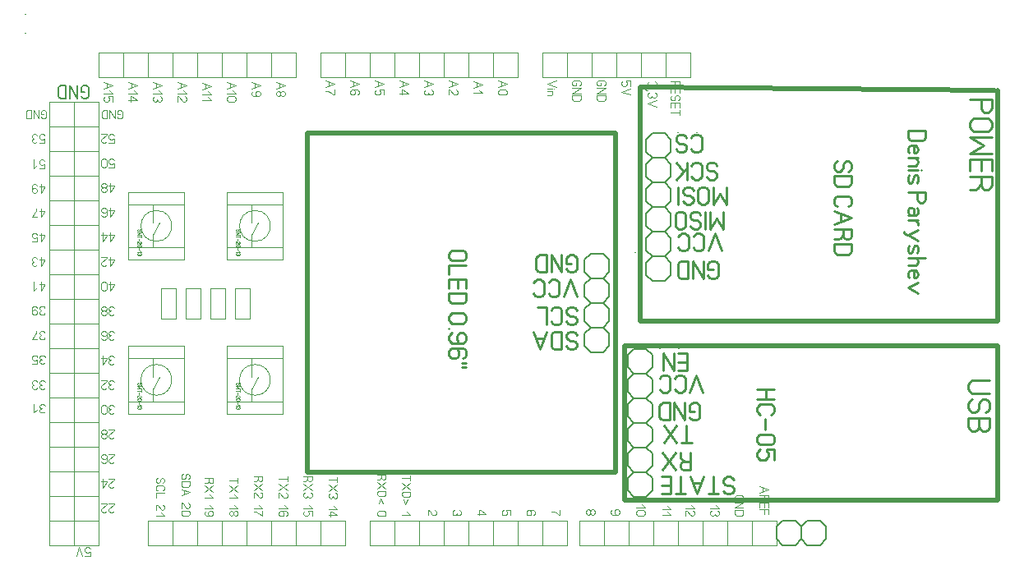
<source format=gbr>
%FSLAX34Y34*%
%MOMM*%
%LNCOPPER_BOTTOM*%
G71*
G01*
%ADD10C, 0.10*%
%ADD11C, 0.11*%
%ADD12C, 0.17*%
%ADD13C, 0.28*%
%ADD14C, 0.21*%
%ADD15C, 0.20*%
%ADD16C, 0.50*%
%ADD17C, 0.00*%
%ADD18C, 0.04*%
%ADD19C, 0.22*%
%LPD*%
G54D10*
X22225Y730249D02*
X22225Y704849D01*
X47625Y704849D01*
X47625Y730249D01*
X22225Y730249D01*
G54D10*
X47625Y730249D02*
X47625Y704849D01*
X73025Y704849D01*
X73025Y730249D01*
X47625Y730249D01*
G54D10*
X22225Y755649D02*
X22225Y730249D01*
X47625Y730249D01*
X47625Y755649D01*
X22225Y755649D01*
G54D10*
X47625Y755649D02*
X47625Y730249D01*
X73025Y730249D01*
X73025Y755649D01*
X47625Y755649D01*
G54D10*
X22225Y781049D02*
X22225Y755649D01*
X47625Y755649D01*
X47625Y781049D01*
X22225Y781049D01*
G54D10*
X47625Y781049D02*
X47625Y755649D01*
X73025Y755649D01*
X73025Y781049D01*
X47625Y781049D01*
G54D10*
X22225Y806449D02*
X22225Y781049D01*
X47625Y781049D01*
X47625Y806449D01*
X22225Y806449D01*
G54D10*
X47625Y806449D02*
X47625Y781049D01*
X73025Y781049D01*
X73025Y806449D01*
X47625Y806449D01*
G54D10*
X22225Y831849D02*
X22225Y806449D01*
X47625Y806449D01*
X47625Y831849D01*
X22225Y831849D01*
G54D10*
X47625Y831849D02*
X47625Y806449D01*
X73025Y806449D01*
X73025Y831849D01*
X47625Y831849D01*
G54D10*
X22225Y857249D02*
X22225Y831849D01*
X47625Y831849D01*
X47625Y857249D01*
X22225Y857249D01*
G54D10*
X47625Y857249D02*
X47625Y831849D01*
X73025Y831849D01*
X73025Y857249D01*
X47625Y857249D01*
G54D10*
X22225Y882649D02*
X22225Y857249D01*
X47625Y857249D01*
X47625Y882649D01*
X22225Y882649D01*
G54D10*
X47625Y882649D02*
X47625Y857249D01*
X73025Y857249D01*
X73025Y882649D01*
X47625Y882649D01*
G54D10*
X22225Y933449D02*
X22225Y908049D01*
X47625Y908049D01*
X47625Y933449D01*
X22225Y933449D01*
G54D10*
X47625Y933449D02*
X47625Y908049D01*
X73025Y908049D01*
X73025Y933449D01*
X47625Y933449D01*
G54D10*
X22225Y628649D02*
X22225Y603249D01*
X47625Y603249D01*
X47625Y628649D01*
X22225Y628649D01*
G54D10*
X47625Y628649D02*
X47625Y603249D01*
X73025Y603249D01*
X73025Y628649D01*
X47625Y628649D01*
G54D10*
X22225Y654049D02*
X22225Y628649D01*
X47625Y628649D01*
X47625Y654049D01*
X22225Y654049D01*
G54D10*
X47625Y654049D02*
X47625Y628649D01*
X73025Y628649D01*
X73025Y654049D01*
X47625Y654049D01*
G54D10*
X22225Y679449D02*
X22225Y654049D01*
X47625Y654049D01*
X47625Y679449D01*
X22225Y679449D01*
G54D10*
X47625Y679449D02*
X47625Y654049D01*
X73025Y654049D01*
X73025Y679449D01*
X47625Y679449D01*
G54D10*
X22225Y704849D02*
X22225Y679449D01*
X47625Y679449D01*
X47625Y704849D01*
X22225Y704849D01*
G54D10*
X47625Y704849D02*
X47625Y679449D01*
X73025Y679449D01*
X73025Y704849D01*
X47625Y704849D01*
G54D10*
X22225Y527049D02*
X22225Y501649D01*
X47625Y501649D01*
X47625Y527049D01*
X22225Y527049D01*
G54D10*
X47625Y527049D02*
X47625Y501649D01*
X73025Y501649D01*
X73025Y527049D01*
X47625Y527049D01*
G54D10*
X22225Y552449D02*
X22225Y527049D01*
X47625Y527049D01*
X47625Y552449D01*
X22225Y552449D01*
G54D10*
X47625Y552449D02*
X47625Y527049D01*
X73025Y527049D01*
X73025Y552449D01*
X47625Y552449D01*
G54D10*
X22225Y577849D02*
X22225Y552449D01*
X47625Y552449D01*
X47625Y577849D01*
X22225Y577849D01*
G54D10*
X47625Y577849D02*
X47625Y552449D01*
X73025Y552449D01*
X73025Y577849D01*
X47625Y577849D01*
G54D10*
X22225Y603249D02*
X22225Y577849D01*
X47625Y577849D01*
X47625Y603249D01*
X22225Y603249D01*
G54D10*
X47625Y603249D02*
X47625Y577849D01*
X73025Y577849D01*
X73025Y603249D01*
X47625Y603249D01*
G54D10*
X250825Y501649D02*
X225425Y501649D01*
X225425Y476249D01*
X250825Y476249D01*
X250825Y501649D01*
G54D10*
X276225Y501649D02*
X250825Y501649D01*
X250825Y476249D01*
X276225Y476249D01*
X276225Y501649D01*
G54D10*
X301625Y501649D02*
X276225Y501649D01*
X276225Y476249D01*
X301625Y476249D01*
X301625Y501649D01*
G54D10*
X327025Y501649D02*
X301625Y501649D01*
X301625Y476249D01*
X327025Y476249D01*
X327025Y501649D01*
G54D10*
X149225Y501649D02*
X123825Y501649D01*
X123825Y476249D01*
X149225Y476249D01*
X149225Y501649D01*
G54D10*
X174625Y501649D02*
X149225Y501649D01*
X149225Y476249D01*
X174625Y476249D01*
X174625Y501649D01*
G54D10*
X200025Y501649D02*
X174625Y501649D01*
X174625Y476249D01*
X200025Y476249D01*
X200025Y501649D01*
G54D10*
X225425Y501649D02*
X200025Y501649D01*
X200025Y476249D01*
X225425Y476249D01*
X225425Y501649D01*
G54D10*
X200025Y984249D02*
X174625Y984249D01*
X174625Y958849D01*
X200025Y958849D01*
X200025Y984249D01*
G54D10*
X225425Y984249D02*
X200025Y984249D01*
X200025Y958849D01*
X225425Y958849D01*
X225425Y984249D01*
G54D10*
X250825Y984249D02*
X225425Y984249D01*
X225425Y958849D01*
X250825Y958849D01*
X250825Y984249D01*
G54D10*
X276225Y984249D02*
X250825Y984249D01*
X250825Y958849D01*
X276225Y958849D01*
X276225Y984249D01*
G54D10*
X98425Y984249D02*
X73025Y984249D01*
X73025Y958849D01*
X98425Y958849D01*
X98425Y984249D01*
G54D10*
X123825Y984249D02*
X98425Y984249D01*
X98425Y958849D01*
X123825Y958849D01*
X123825Y984249D01*
G54D10*
X149225Y984249D02*
X123825Y984249D01*
X123825Y958849D01*
X149224Y958849D01*
X149225Y984249D01*
G54D10*
X174625Y984249D02*
X149225Y984249D01*
X149224Y958849D01*
X174625Y958849D01*
X174625Y984249D01*
G54D10*
X479425Y501649D02*
X454025Y501649D01*
X454025Y476249D01*
X479425Y476249D01*
X479425Y501649D01*
G54D10*
X504825Y501649D02*
X479425Y501649D01*
X479425Y476249D01*
X504825Y476249D01*
X504825Y501649D01*
G54D10*
X530225Y501649D02*
X504825Y501649D01*
X504825Y476249D01*
X530225Y476249D01*
X530225Y501649D01*
G54D10*
X555625Y501649D02*
X530225Y501649D01*
X530225Y476249D01*
X555625Y476249D01*
X555625Y501649D01*
G54D10*
X377825Y501649D02*
X352425Y501649D01*
X352425Y476249D01*
X377825Y476249D01*
X377825Y501649D01*
G54D10*
X403225Y501649D02*
X377825Y501649D01*
X377825Y476249D01*
X403225Y476249D01*
X403225Y501649D01*
G54D10*
X428625Y501649D02*
X403225Y501649D01*
X403225Y476249D01*
X428625Y476249D01*
X428625Y501649D01*
G54D10*
X454025Y501649D02*
X428625Y501649D01*
X428625Y476249D01*
X454025Y476249D01*
X454025Y501649D01*
G54D10*
X695325Y501649D02*
X669925Y501649D01*
X669925Y476249D01*
X695325Y476249D01*
X695325Y501649D01*
G54D10*
X720725Y501649D02*
X695325Y501649D01*
X695325Y476249D01*
X720725Y476249D01*
X720725Y501649D01*
G54D10*
X746125Y501649D02*
X720725Y501649D01*
X720725Y476249D01*
X746125Y476249D01*
X746125Y501649D01*
G54D10*
X771525Y501649D02*
X746125Y501649D01*
X746125Y476249D01*
X771525Y476249D01*
X771525Y501649D01*
G54D10*
X593725Y501649D02*
X568325Y501649D01*
X568325Y476249D01*
X593725Y476249D01*
X593725Y501649D01*
G54D10*
X619125Y501649D02*
X593725Y501649D01*
X593725Y476249D01*
X619125Y476249D01*
X619125Y501649D01*
G54D10*
X644525Y501649D02*
X619125Y501649D01*
X619125Y476249D01*
X644525Y476249D01*
X644525Y501649D01*
G54D10*
X669925Y501649D02*
X644525Y501649D01*
X644525Y476249D01*
X669925Y476249D01*
X669925Y501649D01*
G54D10*
X428625Y984249D02*
X403225Y984249D01*
X403225Y958849D01*
X428625Y958849D01*
X428625Y984249D01*
G54D10*
X454024Y984249D02*
X428625Y984249D01*
X428625Y958849D01*
X454025Y958849D01*
X454024Y984249D01*
G54D10*
X479425Y984249D02*
X454024Y984249D01*
X454025Y958849D01*
X479425Y958849D01*
X479425Y984249D01*
G54D10*
X504825Y984249D02*
X479425Y984249D01*
X479425Y958849D01*
X504825Y958849D01*
X504825Y984249D01*
G54D10*
X327025Y984249D02*
X301625Y984249D01*
X301625Y958849D01*
X327025Y958849D01*
X327025Y984249D01*
G54D10*
X352425Y984249D02*
X327025Y984249D01*
X327025Y958849D01*
X352425Y958849D01*
X352425Y984249D01*
G54D10*
X377825Y984249D02*
X352425Y984249D01*
X352425Y958849D01*
X377825Y958849D01*
X377825Y984249D01*
G54D10*
X403225Y984249D02*
X377825Y984249D01*
X377825Y958849D01*
X403225Y958849D01*
X403225Y984249D01*
G54D10*
X657225Y984249D02*
X631825Y984249D01*
X631825Y958849D01*
X657225Y958849D01*
X657225Y984249D01*
G54D10*
X682625Y984249D02*
X657225Y984249D01*
X657225Y958849D01*
X682625Y958849D01*
X682625Y984249D01*
G54D10*
X555625Y984249D02*
X530225Y984249D01*
X530225Y958849D01*
X555625Y958849D01*
X555625Y984249D01*
G54D10*
X581025Y984249D02*
X555625Y984249D01*
X555625Y958849D01*
X581025Y958849D01*
X581025Y984249D01*
G54D10*
X606425Y984249D02*
X581025Y984249D01*
X581025Y958849D01*
X606425Y958849D01*
X606425Y984249D01*
G54D10*
X631825Y984249D02*
X606425Y984249D01*
X606425Y958849D01*
X631825Y958849D01*
X631825Y984249D01*
G54D10*
X22225Y908049D02*
X22225Y882649D01*
X47625Y882649D01*
X47625Y908049D01*
X22225Y908049D01*
G54D10*
X47625Y908049D02*
X47625Y882649D01*
X73025Y882649D01*
X73025Y908049D01*
X47625Y908049D01*
G54D10*
X22225Y501649D02*
X22225Y476249D01*
X47625Y476249D01*
X47625Y501649D01*
X22225Y501649D01*
G54D10*
X47625Y501649D02*
X47625Y476249D01*
X73025Y476249D01*
X73025Y501649D01*
X47625Y501649D01*
G54D11*
X754025Y536779D02*
X762914Y533446D01*
X754025Y530112D01*
G54D11*
X757358Y535446D02*
X757358Y531446D01*
G54D11*
X758469Y525001D02*
X757358Y523001D01*
X756247Y522335D01*
X754025Y522335D01*
G54D11*
X754025Y527668D02*
X762914Y527668D01*
X762914Y524334D01*
X762358Y523001D01*
X761247Y522334D01*
X760136Y522335D01*
X759025Y523001D01*
X758469Y524334D01*
X758469Y527668D01*
G54D11*
X754025Y515224D02*
X754025Y519891D01*
X762914Y519891D01*
X762914Y515224D01*
G54D11*
X758469Y519891D02*
X758469Y515224D01*
G54D11*
X754025Y512780D02*
X762914Y512780D01*
X762914Y508113D01*
G54D11*
X758469Y512780D02*
X758469Y508113D01*
G54D11*
X732719Y525002D02*
X732719Y522335D01*
X729941Y522336D01*
X728830Y523002D01*
X728275Y524336D01*
X728275Y525669D01*
X728830Y527002D01*
X729941Y527669D01*
X735497Y527669D01*
X736608Y527002D01*
X737164Y525669D01*
X737164Y524336D01*
X736608Y523002D01*
X735497Y522336D01*
G54D11*
X728275Y519892D02*
X737164Y519892D01*
X728275Y514558D01*
X737164Y514559D01*
G54D11*
X728275Y512115D02*
X737164Y512115D01*
X737164Y508782D01*
X736608Y507448D01*
X735497Y506781D01*
X729941Y506782D01*
X728830Y507448D01*
X728275Y508782D01*
X728275Y512115D01*
G54D11*
X364389Y546272D02*
X363278Y544272D01*
X362167Y543606D01*
X359945Y543606D01*
G54D11*
X359945Y548939D02*
X368834Y548939D01*
X368833Y545606D01*
X368278Y544272D01*
X367167Y543606D01*
X366056Y543606D01*
X364945Y544272D01*
X364389Y545606D01*
X364389Y548939D01*
G54D11*
X368833Y541162D02*
X359945Y534495D01*
G54D11*
X359945Y541162D02*
X368833Y534495D01*
G54D11*
X367167Y526718D02*
X361611Y526718D01*
X360500Y527384D01*
X359945Y528718D01*
X359945Y530051D01*
X360500Y531384D01*
X361611Y532051D01*
X367167Y532051D01*
X368278Y531384D01*
X368833Y530051D01*
X368833Y528718D01*
X368278Y527384D01*
X367167Y526718D01*
G54D11*
X363833Y524274D02*
X366056Y518941D01*
G54D11*
X363833Y524274D02*
X361611Y518941D01*
G54D11*
X367167Y506010D02*
X361611Y506010D01*
X360500Y506676D01*
X359945Y508010D01*
X359945Y509343D01*
X360500Y510676D01*
X361611Y511343D01*
X367167Y511343D01*
X368278Y510676D01*
X368834Y509343D01*
X368833Y508010D01*
X368278Y506676D01*
X367167Y506010D01*
G54D11*
X385345Y545532D02*
X394234Y545532D01*
G54D11*
X394234Y548199D02*
X394234Y542866D01*
G54D11*
X394233Y540422D02*
X385345Y533755D01*
G54D11*
X385345Y540422D02*
X394234Y533755D01*
G54D11*
X392567Y525978D02*
X387011Y525978D01*
X385900Y526644D01*
X385345Y527978D01*
X385344Y529311D01*
X385900Y530644D01*
X387011Y531311D01*
X392567Y531311D01*
X393678Y530644D01*
X394234Y529311D01*
X394233Y527977D01*
X393678Y526644D01*
X392567Y525978D01*
G54D11*
X391456Y523534D02*
X389233Y518200D01*
G54D11*
X387011Y523534D02*
X389233Y518200D01*
G54D11*
X390900Y510603D02*
X394234Y507270D01*
X385345Y507270D01*
G54D11*
X412175Y506875D02*
X412175Y512209D01*
X412730Y512209D01*
X413841Y511542D01*
X417175Y507542D01*
X418286Y506876D01*
X419397Y506875D01*
X420508Y507542D01*
X421064Y508875D01*
X421064Y510209D01*
X420508Y511542D01*
X419397Y512209D01*
G54D11*
X444797Y512209D02*
X445908Y511542D01*
X446463Y510209D01*
X446464Y508876D01*
X445908Y507542D01*
X444797Y506875D01*
X443686Y506875D01*
X442575Y507542D01*
X442019Y508876D01*
X441464Y507542D01*
X440352Y506876D01*
X439241Y506876D01*
X438130Y507542D01*
X437575Y508876D01*
X437575Y510209D01*
X438130Y511542D01*
X439241Y512209D01*
G54D11*
X462975Y508209D02*
X471863Y508209D01*
X466308Y512209D01*
X465197Y512209D01*
X465197Y506876D01*
G54D11*
X497264Y506875D02*
X497264Y512209D01*
X493375Y512209D01*
X493375Y511542D01*
X493930Y510209D01*
X493930Y508876D01*
X493375Y507542D01*
X492264Y506876D01*
X490041Y506876D01*
X488930Y507542D01*
X488375Y508875D01*
X488375Y510209D01*
X488930Y511542D01*
X490041Y512209D01*
G54D11*
X520997Y506876D02*
X522108Y507542D01*
X522664Y508876D01*
X522664Y510209D01*
X522108Y511542D01*
X520997Y512209D01*
X518219Y512209D01*
X517664Y512209D01*
X518775Y510209D01*
X518775Y508876D01*
X518219Y507542D01*
X517108Y506876D01*
X515441Y506876D01*
X514330Y507542D01*
X513775Y508875D01*
X513775Y510209D01*
X514330Y511542D01*
X515441Y512209D01*
X518219Y512209D01*
G54D11*
X548064Y512209D02*
X548064Y506876D01*
X546952Y507542D01*
X545286Y508875D01*
X543064Y510209D01*
X541397Y510876D01*
X539175Y510876D01*
G54D11*
X579619Y509565D02*
X579619Y510899D01*
X580175Y512232D01*
X581286Y512899D01*
X582397Y512899D01*
X583508Y512232D01*
X584064Y510899D01*
X584064Y509565D01*
X583508Y508232D01*
X582397Y507566D01*
X581286Y507566D01*
X580175Y508232D01*
X579619Y509565D01*
X579064Y508232D01*
X577952Y507565D01*
X576841Y507565D01*
X575730Y508232D01*
X575175Y509566D01*
X575175Y510899D01*
X575730Y512232D01*
X576842Y512899D01*
X577952Y512899D01*
X579064Y512232D01*
X579619Y510899D01*
G54D11*
X602241Y512899D02*
X601130Y512232D01*
X600575Y510899D01*
X600575Y509566D01*
X601130Y508232D01*
X602241Y507566D01*
X605019Y507566D01*
X605575Y507566D01*
X604464Y509566D01*
X604464Y510899D01*
X605019Y512232D01*
X606130Y512899D01*
X607797Y512899D01*
X608908Y512232D01*
X609464Y510899D01*
X609464Y509566D01*
X608908Y508232D01*
X607797Y507566D01*
X605019Y507566D01*
G54D11*
X632580Y517859D02*
X635914Y514526D01*
X627025Y514526D01*
G54D11*
X634247Y506748D02*
X628691Y506748D01*
X627580Y507415D01*
X627025Y508748D01*
X627025Y510082D01*
X627580Y511415D01*
X628691Y512082D01*
X634247Y512082D01*
X635358Y511415D01*
X635914Y510082D01*
X635914Y508748D01*
X635358Y507415D01*
X634247Y506748D01*
G54D11*
X659030Y516659D02*
X662364Y513326D01*
X653475Y513325D01*
G54D11*
X659030Y510882D02*
X662364Y507548D01*
X653475Y507548D01*
G54D11*
X683380Y517509D02*
X686714Y514176D01*
X677825Y514176D01*
G54D11*
X677825Y506398D02*
X677825Y511732D01*
X678380Y511732D01*
X679491Y511065D01*
X682825Y507065D01*
X683936Y506398D01*
X685047Y506398D01*
X686158Y507065D01*
X686714Y508399D01*
X686714Y509732D01*
X686158Y511065D01*
X685047Y511732D01*
G54D11*
X708780Y517509D02*
X712114Y514176D01*
X703225Y514176D01*
G54D11*
X710447Y511732D02*
X711558Y511065D01*
X712114Y509732D01*
X712114Y508398D01*
X711558Y507065D01*
X710447Y506398D01*
X709336Y506398D01*
X708225Y507065D01*
X707669Y508398D01*
X707114Y507065D01*
X706002Y506398D01*
X704891Y506398D01*
X703780Y507065D01*
X703225Y508398D01*
X703225Y509732D01*
X703780Y511065D01*
X704891Y511732D01*
G54D11*
X309955Y543882D02*
X318843Y543882D01*
G54D11*
X318844Y546549D02*
X318843Y541215D01*
G54D11*
X318844Y538772D02*
X309955Y532105D01*
G54D11*
X309955Y538772D02*
X318843Y532105D01*
G54D11*
X317177Y529661D02*
X318288Y528994D01*
X318843Y527661D01*
X318844Y526328D01*
X318288Y524994D01*
X317177Y524328D01*
X316066Y524328D01*
X314955Y524994D01*
X314399Y526328D01*
X313844Y524994D01*
X312732Y524328D01*
X311621Y524327D01*
X310510Y524994D01*
X309955Y526328D01*
X309955Y527661D01*
X310510Y528994D01*
X311621Y529661D01*
G54D11*
X315510Y516730D02*
X318843Y513396D01*
X309955Y513396D01*
G54D11*
X309955Y506953D02*
X318843Y506953D01*
X313288Y510953D01*
X312177Y510953D01*
X312177Y505620D01*
G54D11*
X288309Y544612D02*
X287198Y542612D01*
X286087Y541945D01*
X283865Y541945D01*
G54D11*
X283865Y547279D02*
X292753Y547279D01*
X292753Y543945D01*
X292198Y542612D01*
X291087Y541945D01*
X289976Y541945D01*
X288865Y542612D01*
X288309Y543945D01*
X288309Y547279D01*
G54D11*
X292753Y539502D02*
X283865Y532835D01*
G54D11*
X283865Y539502D02*
X292753Y532835D01*
G54D11*
X291087Y530391D02*
X292198Y529724D01*
X292753Y528391D01*
X292753Y527057D01*
X292198Y525724D01*
X291087Y525058D01*
X289976Y525058D01*
X288865Y525724D01*
X288309Y527058D01*
X287753Y525724D01*
X286642Y525058D01*
X285531Y525058D01*
X284420Y525724D01*
X283865Y527058D01*
X283865Y528391D01*
X284420Y529724D01*
X285531Y530391D01*
G54D11*
X289420Y517460D02*
X292753Y514126D01*
X283865Y514126D01*
G54D11*
X292753Y506350D02*
X292753Y511683D01*
X288865Y511683D01*
X288865Y511016D01*
X289420Y509683D01*
X289420Y508349D01*
X288865Y507016D01*
X287753Y506350D01*
X285531Y506350D01*
X284420Y507016D01*
X283865Y508350D01*
X283865Y509683D01*
X284420Y511016D01*
X285531Y511683D01*
G54D11*
X258715Y544252D02*
X267604Y544252D01*
G54D11*
X267603Y546919D02*
X267604Y541585D01*
G54D11*
X267603Y539142D02*
X258715Y532475D01*
G54D11*
X258715Y539142D02*
X267604Y532475D01*
G54D11*
X258715Y524697D02*
X258715Y530031D01*
X259270Y530031D01*
X260381Y529364D01*
X263715Y525364D01*
X264826Y524698D01*
X265937Y524698D01*
X267048Y525364D01*
X267603Y526697D01*
X267604Y528031D01*
X267048Y529364D01*
X265937Y530031D01*
G54D11*
X264270Y517100D02*
X267604Y513766D01*
X258715Y513766D01*
G54D11*
X265937Y505989D02*
X267048Y506656D01*
X267603Y507989D01*
X267603Y509323D01*
X267048Y510656D01*
X265937Y511323D01*
X263159Y511323D01*
X262603Y511323D01*
X263715Y509323D01*
X263715Y507989D01*
X263159Y506656D01*
X262048Y505989D01*
X260381Y505989D01*
X259270Y506656D01*
X258715Y507989D01*
X258715Y509323D01*
X259270Y510656D01*
X260381Y511323D01*
X263159Y511323D01*
G54D11*
X237389Y544572D02*
X236278Y542572D01*
X235167Y541905D01*
X232945Y541905D01*
G54D11*
X232945Y547239D02*
X241833Y547239D01*
X241833Y543905D01*
X241278Y542572D01*
X240167Y541905D01*
X239056Y541905D01*
X237945Y542572D01*
X237389Y543905D01*
X237389Y547239D01*
G54D11*
X241833Y539462D02*
X232945Y532795D01*
G54D11*
X232945Y539462D02*
X241833Y532795D01*
G54D11*
X232945Y525017D02*
X232945Y530351D01*
X233500Y530351D01*
X234611Y529684D01*
X237945Y525684D01*
X239056Y525017D01*
X240167Y525017D01*
X241278Y525684D01*
X241833Y527017D01*
X241834Y528351D01*
X241278Y529684D01*
X240167Y530351D01*
G54D11*
X238500Y517420D02*
X241834Y514086D01*
X232945Y514086D01*
G54D11*
X241833Y511643D02*
X241834Y506309D01*
X240722Y506976D01*
X239056Y508309D01*
X236833Y509643D01*
X235167Y510309D01*
X232945Y510309D01*
G54D11*
X207545Y542572D02*
X216433Y542572D01*
G54D11*
X216433Y545239D02*
X216433Y539905D01*
G54D11*
X216433Y537462D02*
X207545Y530795D01*
G54D11*
X207545Y537462D02*
X216433Y530795D01*
G54D11*
X213100Y528351D02*
X216433Y525017D01*
X207545Y525017D01*
G54D11*
X213100Y517420D02*
X216433Y514086D01*
X207545Y514086D01*
G54D11*
X211989Y508310D02*
X211989Y509643D01*
X212545Y510976D01*
X213655Y511643D01*
X214767Y511643D01*
X215878Y510976D01*
X216433Y509643D01*
X216433Y508309D01*
X215878Y506976D01*
X214767Y506309D01*
X213656Y506309D01*
X212545Y506976D01*
X211989Y508310D01*
X211433Y506976D01*
X210322Y506309D01*
X209211Y506309D01*
X208100Y506976D01*
X207545Y508309D01*
X207545Y509643D01*
X208100Y510976D01*
X209211Y511643D01*
X210322Y511643D01*
X211433Y510976D01*
X211989Y509643D01*
G54D11*
X186589Y542572D02*
X185478Y540572D01*
X184367Y539905D01*
X182145Y539905D01*
G54D11*
X182145Y545239D02*
X191033Y545239D01*
X191033Y541905D01*
X190478Y540572D01*
X189367Y539905D01*
X188256Y539905D01*
X187145Y540572D01*
X186589Y541905D01*
X186589Y545239D01*
G54D11*
X191033Y537462D02*
X182145Y530795D01*
G54D11*
X182145Y537462D02*
X191034Y530795D01*
G54D11*
X187700Y528351D02*
X191033Y525017D01*
X182145Y525017D01*
G54D11*
X187700Y517420D02*
X191033Y514086D01*
X182145Y514086D01*
G54D11*
X183811Y511643D02*
X182700Y510976D01*
X182145Y509643D01*
X182145Y508309D01*
X182700Y506976D01*
X183811Y506309D01*
X186589Y506309D01*
X187145Y506309D01*
X186034Y508309D01*
X186033Y509643D01*
X186589Y510976D01*
X187700Y511643D01*
X189367Y511643D01*
X190478Y510976D01*
X191033Y509643D01*
X191034Y508309D01*
X190478Y506976D01*
X189367Y506309D01*
X186589Y506309D01*
G54D11*
X159811Y549379D02*
X158700Y548712D01*
X158145Y547379D01*
X158145Y546045D01*
X158700Y544712D01*
X159811Y544045D01*
X160922Y544045D01*
X162034Y544712D01*
X162589Y546045D01*
X162589Y547379D01*
X163145Y548712D01*
X164256Y549379D01*
X165367Y549379D01*
X166478Y548712D01*
X167034Y547379D01*
X167033Y546045D01*
X166478Y544712D01*
X165367Y544045D01*
G54D11*
X158145Y541602D02*
X167034Y541602D01*
X167033Y538268D01*
X166478Y536935D01*
X165367Y536268D01*
X159811Y536268D01*
X158700Y536935D01*
X158145Y538268D01*
X158145Y541602D01*
G54D11*
X158145Y533825D02*
X167033Y530491D01*
X158145Y527158D01*
G54D11*
X161478Y532491D02*
X161478Y528491D01*
G54D11*
X158145Y514226D02*
X158145Y519560D01*
X158700Y519560D01*
X159811Y518893D01*
X163145Y514893D01*
X164256Y514226D01*
X165367Y514226D01*
X166478Y514893D01*
X167033Y516226D01*
X167034Y517560D01*
X166478Y518893D01*
X165367Y519560D01*
G54D11*
X165367Y506449D02*
X159811Y506449D01*
X158700Y507116D01*
X158145Y508449D01*
X158145Y509783D01*
X158700Y511116D01*
X159811Y511783D01*
X165367Y511783D01*
X166478Y511116D01*
X167033Y509783D01*
X167033Y508449D01*
X166478Y507116D01*
X165367Y506449D01*
G54D11*
X133601Y545439D02*
X132490Y544772D01*
X131935Y543439D01*
X131935Y542105D01*
X132490Y540772D01*
X133601Y540105D01*
X134712Y540105D01*
X135824Y540772D01*
X136379Y542105D01*
X136379Y543439D01*
X136935Y544772D01*
X138046Y545439D01*
X139157Y545439D01*
X140268Y544772D01*
X140824Y543439D01*
X140823Y542105D01*
X140268Y540772D01*
X139157Y540105D01*
G54D11*
X133601Y532328D02*
X132490Y532995D01*
X131935Y534328D01*
X131935Y535662D01*
X132490Y536995D01*
X133601Y537662D01*
X139157Y537662D01*
X140268Y536995D01*
X140824Y535662D01*
X140824Y534328D01*
X140268Y532995D01*
X139157Y532328D01*
G54D11*
X140824Y529885D02*
X131935Y529885D01*
X131935Y525218D01*
G54D11*
X131935Y512286D02*
X131935Y517620D01*
X132490Y517620D01*
X133601Y516953D01*
X136935Y512953D01*
X138046Y512286D01*
X139157Y512286D01*
X140268Y512953D01*
X140823Y514286D01*
X140824Y515620D01*
X140268Y516953D01*
X139157Y517620D01*
G54D11*
X137490Y509843D02*
X140824Y506509D01*
X131935Y506509D01*
G54D11*
X83561Y518929D02*
X88895Y518929D01*
X88895Y518373D01*
X88228Y517262D01*
X84228Y513929D01*
X83561Y512818D01*
X83561Y511707D01*
X84228Y510595D01*
X85561Y510040D01*
X86895Y510040D01*
X88228Y510595D01*
X88895Y511706D01*
G54D11*
X75784Y518929D02*
X81118Y518929D01*
X81118Y518373D01*
X80451Y517262D01*
X76451Y513929D01*
X75784Y512818D01*
X75784Y511706D01*
X76451Y510595D01*
X77784Y510040D01*
X79118Y510040D01*
X80451Y510595D01*
X81118Y511706D01*
G54D11*
X83561Y544329D02*
X88894Y544329D01*
X88895Y543773D01*
X88228Y542662D01*
X84228Y539329D01*
X83561Y538218D01*
X83561Y537107D01*
X84228Y535995D01*
X85561Y535440D01*
X86895Y535440D01*
X88228Y535995D01*
X88895Y537107D01*
G54D11*
X77118Y544329D02*
X77118Y535440D01*
X81118Y540995D01*
X81118Y542107D01*
X75784Y542107D01*
G54D11*
X83561Y569729D02*
X88895Y569729D01*
X88895Y569173D01*
X88228Y568062D01*
X84228Y564729D01*
X83561Y563618D01*
X83561Y562507D01*
X84228Y561395D01*
X85561Y560840D01*
X86895Y560840D01*
X88228Y561395D01*
X88895Y562506D01*
G54D11*
X75784Y562507D02*
X76451Y561395D01*
X77784Y560840D01*
X79118Y560840D01*
X80451Y561395D01*
X81118Y562507D01*
X81118Y565284D01*
X81118Y565840D01*
X79118Y564729D01*
X77784Y564729D01*
X76451Y565284D01*
X75784Y566395D01*
X75784Y568062D01*
X76451Y569173D01*
X77784Y569729D01*
X79118Y569729D01*
X80451Y569173D01*
X81118Y568062D01*
X81118Y565284D01*
G54D11*
X83561Y595129D02*
X88895Y595129D01*
X88895Y594573D01*
X88228Y593462D01*
X84228Y590129D01*
X83561Y589018D01*
X83561Y587906D01*
X84228Y586795D01*
X85561Y586240D01*
X86895Y586240D01*
X88228Y586796D01*
X88894Y587907D01*
G54D11*
X77784Y590684D02*
X79118Y590684D01*
X80451Y590129D01*
X81118Y589018D01*
X81118Y587907D01*
X80451Y586795D01*
X79118Y586240D01*
X77784Y586240D01*
X76451Y586795D01*
X75784Y587906D01*
X75784Y589018D01*
X76451Y590129D01*
X77784Y590684D01*
X76451Y591240D01*
X75784Y592351D01*
X75784Y593462D01*
X76451Y594573D01*
X77784Y595129D01*
X79118Y595129D01*
X80451Y594573D01*
X81118Y593462D01*
X81118Y592351D01*
X80451Y591240D01*
X79118Y590684D01*
G54D11*
X88895Y613306D02*
X88228Y612195D01*
X86895Y611640D01*
X85561Y611640D01*
X84228Y612195D01*
X83561Y613306D01*
X83561Y614418D01*
X84228Y615529D01*
X85561Y616084D01*
X84228Y616640D01*
X83561Y617751D01*
X83561Y618862D01*
X84228Y619973D01*
X85561Y620529D01*
X86895Y620529D01*
X88228Y619973D01*
X88895Y618862D01*
G54D11*
X75784Y613307D02*
X75784Y618862D01*
X76451Y619973D01*
X77784Y620529D01*
X79118Y620529D01*
X80451Y619973D01*
X81118Y618862D01*
X81118Y613306D01*
X80451Y612195D01*
X79118Y611640D01*
X77784Y611640D01*
X76451Y612196D01*
X75784Y613307D01*
G54D11*
X17565Y614287D02*
X16898Y613175D01*
X15565Y612620D01*
X14231Y612620D01*
X12898Y613176D01*
X12231Y614287D01*
X12231Y615398D01*
X12898Y616509D01*
X14231Y617064D01*
X12898Y617620D01*
X12231Y618731D01*
X12231Y619842D01*
X12898Y620953D01*
X14231Y621509D01*
X15565Y621509D01*
X16898Y620953D01*
X17565Y619842D01*
G54D11*
X9788Y615953D02*
X6454Y612620D01*
X6454Y621509D01*
G54D11*
X88895Y638706D02*
X88228Y637595D01*
X86895Y637040D01*
X85561Y637040D01*
X84228Y637595D01*
X83561Y638707D01*
X83561Y639818D01*
X84228Y640929D01*
X85561Y641484D01*
X84228Y642040D01*
X83561Y643151D01*
X83561Y644262D01*
X84228Y645373D01*
X85561Y645929D01*
X86895Y645929D01*
X88228Y645373D01*
X88895Y644262D01*
G54D11*
X75784Y645929D02*
X81118Y645929D01*
X81118Y645373D01*
X80451Y644262D01*
X76451Y640929D01*
X75784Y639818D01*
X75784Y638706D01*
X76451Y637595D01*
X77784Y637040D01*
X79118Y637040D01*
X80451Y637595D01*
X81118Y638707D01*
G54D11*
X17595Y638607D02*
X16928Y637496D01*
X15595Y636940D01*
X14261Y636940D01*
X12928Y637496D01*
X12261Y638607D01*
X12261Y639718D01*
X12928Y640829D01*
X14261Y641385D01*
X12928Y641940D01*
X12261Y643051D01*
X12261Y644162D01*
X12928Y645273D01*
X14261Y645829D01*
X15595Y645829D01*
X16928Y645273D01*
X17595Y644162D01*
G54D11*
X9818Y638607D02*
X9151Y637496D01*
X7818Y636940D01*
X6484Y636940D01*
X5151Y637496D01*
X4484Y638607D01*
X4484Y639718D01*
X5151Y640829D01*
X6484Y641384D01*
X5151Y641940D01*
X4484Y643051D01*
X4484Y644162D01*
X5151Y645273D01*
X6484Y645829D01*
X7818Y645829D01*
X9151Y645273D01*
X9818Y644162D01*
G54D11*
X88895Y664107D02*
X88228Y662995D01*
X86895Y662440D01*
X85561Y662440D01*
X84228Y662995D01*
X83561Y664106D01*
X83561Y665218D01*
X84228Y666329D01*
X85561Y666884D01*
X84228Y667440D01*
X83561Y668551D01*
X83561Y669662D01*
X84228Y670773D01*
X85561Y671329D01*
X86895Y671329D01*
X88228Y670773D01*
X88895Y669662D01*
G54D11*
X77118Y671329D02*
X77118Y662440D01*
X81118Y667995D01*
X81118Y669106D01*
X75784Y669107D01*
G54D11*
X17605Y664597D02*
X16938Y663486D01*
X15605Y662930D01*
X14271Y662930D01*
X12938Y663486D01*
X12271Y664597D01*
X12271Y665708D01*
X12938Y666819D01*
X14271Y667374D01*
X12938Y667930D01*
X12271Y669041D01*
X12271Y670152D01*
X12938Y671263D01*
X14271Y671819D01*
X15605Y671819D01*
X16938Y671263D01*
X17605Y670152D01*
G54D11*
X4494Y662930D02*
X9828Y662930D01*
X9828Y666819D01*
X9161Y666819D01*
X7828Y666263D01*
X6494Y666263D01*
X5161Y666819D01*
X4494Y667930D01*
X4494Y670152D01*
X5161Y671263D01*
X6494Y671819D01*
X7828Y671819D01*
X9161Y671263D01*
X9828Y670152D01*
G54D11*
X88895Y689507D02*
X88228Y688396D01*
X86895Y687840D01*
X85561Y687840D01*
X84228Y688395D01*
X83561Y689507D01*
X83561Y690618D01*
X84228Y691729D01*
X85561Y692284D01*
X84228Y692840D01*
X83561Y693951D01*
X83561Y695062D01*
X84228Y696173D01*
X85561Y696729D01*
X86895Y696729D01*
X88228Y696173D01*
X88895Y695062D01*
G54D11*
X75784Y689507D02*
X76451Y688396D01*
X77784Y687840D01*
X79118Y687840D01*
X80451Y688395D01*
X81118Y689507D01*
X81118Y692284D01*
X81118Y692840D01*
X79118Y691729D01*
X77784Y691729D01*
X76451Y692284D01*
X75784Y693396D01*
X75784Y695062D01*
X76451Y696173D01*
X77784Y696729D01*
X79118Y696729D01*
X80451Y696173D01*
X81118Y695062D01*
X81118Y692284D01*
G54D11*
X17485Y689747D02*
X16818Y688636D01*
X15485Y688080D01*
X14151Y688080D01*
X12818Y688636D01*
X12151Y689746D01*
X12151Y690858D01*
X12818Y691969D01*
X14151Y692524D01*
X12818Y693080D01*
X12151Y694191D01*
X12151Y695302D01*
X12818Y696413D01*
X14151Y696969D01*
X15485Y696969D01*
X16818Y696413D01*
X17485Y695302D01*
G54D11*
X9708Y688080D02*
X4374Y688080D01*
X5041Y689191D01*
X6374Y690858D01*
X7708Y693080D01*
X8374Y694747D01*
X8374Y696969D01*
G54D11*
X88895Y714907D02*
X88228Y713795D01*
X86895Y713240D01*
X85561Y713240D01*
X84228Y713795D01*
X83561Y714907D01*
X83561Y716018D01*
X84228Y717129D01*
X85561Y717684D01*
X84228Y718240D01*
X83561Y719351D01*
X83561Y720462D01*
X84228Y721573D01*
X85561Y722129D01*
X86895Y722129D01*
X88228Y721573D01*
X88895Y720462D01*
G54D11*
X77784Y717684D02*
X79118Y717684D01*
X80451Y717129D01*
X81118Y716018D01*
X81118Y714906D01*
X80451Y713796D01*
X79118Y713240D01*
X77784Y713240D01*
X76451Y713796D01*
X75784Y714907D01*
X75784Y716018D01*
X76451Y717129D01*
X77784Y717684D01*
X76451Y718240D01*
X75784Y719351D01*
X75784Y720462D01*
X76451Y721573D01*
X77784Y722129D01*
X79118Y722129D01*
X80451Y721573D01*
X81118Y720462D01*
X81118Y719351D01*
X80451Y718240D01*
X79118Y717684D01*
G54D11*
X17485Y715267D02*
X16818Y714156D01*
X15485Y713600D01*
X14151Y713600D01*
X12818Y714156D01*
X12151Y715267D01*
X12151Y716378D01*
X12818Y717489D01*
X14151Y718044D01*
X12818Y718600D01*
X12151Y719711D01*
X12151Y720822D01*
X12818Y721933D01*
X14151Y722489D01*
X15485Y722489D01*
X16818Y721933D01*
X17485Y720822D01*
G54D11*
X9708Y720822D02*
X9041Y721933D01*
X7708Y722489D01*
X6374Y722489D01*
X5041Y721933D01*
X4374Y720822D01*
X4374Y718044D01*
X4374Y717489D01*
X6374Y718600D01*
X7708Y718600D01*
X9041Y718044D01*
X9708Y716933D01*
X9708Y715267D01*
X9041Y714155D01*
X7708Y713600D01*
X6374Y713600D01*
X5041Y714156D01*
X4374Y715267D01*
X4374Y718044D01*
G54D11*
X84895Y747529D02*
X84895Y738640D01*
X88895Y744195D01*
X88895Y745306D01*
X83561Y745307D01*
G54D11*
X75784Y740307D02*
X75784Y745862D01*
X76451Y746973D01*
X77784Y747529D01*
X79118Y747529D01*
X80451Y746973D01*
X81118Y745862D01*
X81118Y740307D01*
X80451Y739196D01*
X79118Y738640D01*
X77784Y738640D01*
X76451Y739195D01*
X75784Y740307D01*
G54D11*
X13395Y747649D02*
X13395Y738760D01*
X17395Y744315D01*
X17395Y745427D01*
X12061Y745427D01*
G54D11*
X9618Y742093D02*
X6284Y738760D01*
X6284Y747649D01*
G54D11*
X84895Y772929D02*
X84895Y764040D01*
X88895Y769596D01*
X88895Y770707D01*
X83561Y770707D01*
G54D11*
X75784Y772929D02*
X81118Y772929D01*
X81118Y772373D01*
X80451Y771262D01*
X76451Y767929D01*
X75784Y766818D01*
X75784Y765707D01*
X76451Y764596D01*
X77784Y764040D01*
X79118Y764040D01*
X80451Y764595D01*
X81118Y765707D01*
G54D11*
X13485Y772809D02*
X13485Y763920D01*
X17485Y769476D01*
X17485Y770587D01*
X12151Y770587D01*
G54D11*
X9708Y765587D02*
X9041Y764476D01*
X7708Y763920D01*
X6374Y763920D01*
X5041Y764476D01*
X4374Y765587D01*
X4374Y766698D01*
X5041Y767809D01*
X6374Y768364D01*
X5041Y768920D01*
X4374Y770031D01*
X4374Y771142D01*
X5041Y772253D01*
X6374Y772809D01*
X7708Y772809D01*
X9041Y772253D01*
X9708Y771142D01*
G54D11*
X84895Y798329D02*
X84895Y789440D01*
X88895Y794995D01*
X88895Y796107D01*
X83561Y796107D01*
G54D11*
X77118Y798329D02*
X77118Y789440D01*
X81118Y794995D01*
X81118Y796107D01*
X75784Y796107D01*
G54D11*
X13485Y797969D02*
X13485Y789080D01*
X17485Y794636D01*
X17485Y795747D01*
X12151Y795747D01*
G54D11*
X4374Y789080D02*
X9708Y789080D01*
X9708Y792969D01*
X9041Y792969D01*
X7708Y792413D01*
X6374Y792413D01*
X5041Y792969D01*
X4374Y794080D01*
X4374Y796302D01*
X5041Y797413D01*
X6374Y797969D01*
X7708Y797969D01*
X9041Y797413D01*
X9708Y796302D01*
G54D11*
X84895Y823729D02*
X84895Y814840D01*
X88895Y820396D01*
X88895Y821507D01*
X83561Y821507D01*
G54D11*
X75784Y816507D02*
X76451Y815395D01*
X77784Y814840D01*
X79117Y814840D01*
X80451Y815396D01*
X81118Y816507D01*
X81118Y819284D01*
X81118Y819840D01*
X79118Y818729D01*
X77784Y818729D01*
X76451Y819284D01*
X75784Y820396D01*
X75784Y822062D01*
X76451Y823173D01*
X77784Y823729D01*
X79118Y823729D01*
X80451Y823173D01*
X81118Y822062D01*
X81118Y819284D01*
G54D11*
X13355Y823109D02*
X13355Y814220D01*
X17355Y819776D01*
X17355Y820887D01*
X12021Y820887D01*
G54D11*
X9578Y814220D02*
X4244Y814220D01*
X4911Y815331D01*
X6244Y816998D01*
X7578Y819220D01*
X8244Y820887D01*
X8244Y823109D01*
G54D11*
X84895Y849129D02*
X84895Y840240D01*
X88895Y845796D01*
X88895Y846907D01*
X83561Y846907D01*
G54D11*
X77784Y844684D02*
X79118Y844684D01*
X80451Y844129D01*
X81118Y843018D01*
X81118Y841906D01*
X80451Y840796D01*
X79118Y840240D01*
X77784Y840240D01*
X76451Y840796D01*
X75784Y841907D01*
X75784Y843018D01*
X76451Y844129D01*
X77784Y844684D01*
X76451Y845240D01*
X75784Y846351D01*
X75784Y847462D01*
X76451Y848573D01*
X77784Y849129D01*
X79118Y849129D01*
X80451Y848573D01*
X81118Y847462D01*
X81118Y846351D01*
X80451Y845240D01*
X79118Y844684D01*
G54D11*
X13475Y848149D02*
X13475Y839260D01*
X17475Y844816D01*
X17475Y845927D01*
X12141Y845927D01*
G54D11*
X9698Y846482D02*
X9031Y847593D01*
X7698Y848149D01*
X6364Y848149D01*
X5031Y847593D01*
X4364Y846482D01*
X4364Y843704D01*
X4364Y843149D01*
X6364Y844260D01*
X7698Y844260D01*
X9031Y843704D01*
X9698Y842593D01*
X9698Y840927D01*
X9031Y839816D01*
X7698Y839260D01*
X6364Y839260D01*
X5031Y839816D01*
X4364Y840927D01*
X4364Y843704D01*
G54D11*
X83561Y865640D02*
X88895Y865640D01*
X88895Y869529D01*
X88228Y869529D01*
X86895Y868973D01*
X85561Y868973D01*
X84228Y869529D01*
X83561Y870640D01*
X83561Y872862D01*
X84228Y873973D01*
X85561Y874529D01*
X86895Y874529D01*
X88228Y873973D01*
X88895Y872862D01*
G54D11*
X75784Y867307D02*
X75784Y872862D01*
X76451Y873973D01*
X77784Y874529D01*
X79118Y874529D01*
X80451Y873973D01*
X81118Y872862D01*
X81118Y867307D01*
X80451Y866195D01*
X79118Y865640D01*
X77784Y865640D01*
X76451Y866195D01*
X75784Y867307D01*
G54D11*
X12031Y864820D02*
X17365Y864820D01*
X17365Y868709D01*
X16698Y868709D01*
X15365Y868153D01*
X14031Y868153D01*
X12698Y868709D01*
X12031Y869820D01*
X12031Y872042D01*
X12698Y873153D01*
X14031Y873709D01*
X15365Y873709D01*
X16698Y873153D01*
X17365Y872042D01*
G54D11*
X9588Y868153D02*
X6254Y864820D01*
X6254Y873709D01*
G54D11*
X83561Y891040D02*
X88895Y891040D01*
X88895Y894929D01*
X88228Y894929D01*
X86895Y894373D01*
X85561Y894373D01*
X84228Y894929D01*
X83561Y896040D01*
X83561Y898262D01*
X84228Y899373D01*
X85561Y899929D01*
X86895Y899929D01*
X88228Y899373D01*
X88895Y898262D01*
G54D11*
X75784Y899929D02*
X81118Y899929D01*
X81118Y899373D01*
X80451Y898262D01*
X76451Y894929D01*
X75784Y893818D01*
X75784Y892707D01*
X76451Y891596D01*
X77784Y891040D01*
X79118Y891040D01*
X80451Y891596D01*
X81118Y892707D01*
G54D11*
X12141Y890860D02*
X17475Y890860D01*
X17475Y894749D01*
X16808Y894749D01*
X15475Y894193D01*
X14141Y894193D01*
X12808Y894749D01*
X12141Y895860D01*
X12141Y898082D01*
X12808Y899193D01*
X14141Y899749D01*
X15475Y899749D01*
X16808Y899193D01*
X17475Y898082D01*
G54D11*
X9698Y892527D02*
X9031Y891416D01*
X7698Y890860D01*
X6364Y890860D01*
X5031Y891416D01*
X4364Y892527D01*
X4364Y893638D01*
X5031Y894749D01*
X6364Y895304D01*
X5031Y895860D01*
X4364Y896971D01*
X4364Y898082D01*
X5031Y899193D01*
X6364Y899749D01*
X7698Y899749D01*
X9031Y899193D01*
X9698Y898082D01*
G54D12*
X58874Y943332D02*
X54875Y943332D01*
X54875Y947499D01*
X55875Y949166D01*
X57875Y949999D01*
X59875Y949999D01*
X61875Y949166D01*
X62875Y947499D01*
X62875Y939165D01*
X61875Y937499D01*
X59875Y936665D01*
X57875Y936666D01*
X55875Y937499D01*
X54875Y939165D01*
G54D12*
X51208Y949999D02*
X51208Y936666D01*
X43208Y949999D01*
X43208Y936666D01*
G54D12*
X39541Y949999D02*
X39541Y936666D01*
X34541Y936665D01*
X32541Y937499D01*
X31541Y939165D01*
X31541Y947499D01*
X32541Y949165D01*
X34541Y949999D01*
X39541Y949999D01*
G54D11*
X590569Y952382D02*
X590569Y949715D01*
X587791Y949715D01*
X586680Y950382D01*
X586125Y951715D01*
X586125Y953049D01*
X586680Y954382D01*
X587791Y955049D01*
X593347Y955049D01*
X594458Y954382D01*
X595014Y953049D01*
X595014Y951715D01*
X594458Y950382D01*
X593347Y949715D01*
G54D11*
X586125Y947272D02*
X595014Y947272D01*
X586125Y941938D01*
X595014Y941938D01*
G54D11*
X586125Y939495D02*
X595014Y939495D01*
X595014Y936162D01*
X594458Y934828D01*
X593347Y934162D01*
X587791Y934162D01*
X586680Y934828D01*
X586125Y936161D01*
X586125Y939495D01*
G54D11*
X565169Y952382D02*
X565169Y949715D01*
X562391Y949716D01*
X561280Y950382D01*
X560725Y951715D01*
X560725Y953049D01*
X561280Y954382D01*
X562392Y955049D01*
X567947Y955049D01*
X569058Y954382D01*
X569614Y953049D01*
X569614Y951716D01*
X569058Y950382D01*
X567947Y949715D01*
G54D11*
X560725Y947272D02*
X569614Y947272D01*
X560725Y941938D01*
X569614Y941938D01*
G54D11*
X560725Y939495D02*
X569614Y939495D01*
X569614Y936161D01*
X569058Y934828D01*
X567947Y934161D01*
X562392Y934161D01*
X561280Y934828D01*
X560725Y936162D01*
X560725Y939495D01*
G54D11*
X666769Y951982D02*
X665658Y949982D01*
X664547Y949316D01*
X662325Y949315D01*
G54D11*
X662325Y954649D02*
X671214Y954649D01*
X671214Y951315D01*
X670658Y949982D01*
X669547Y949316D01*
X668436Y949316D01*
X667325Y949982D01*
X666769Y951316D01*
X666769Y954649D01*
G54D11*
X662325Y942205D02*
X662325Y946872D01*
X671214Y946872D01*
X671214Y942205D01*
G54D11*
X666769Y946872D02*
X666769Y942205D01*
G54D11*
X663991Y939761D02*
X662880Y939094D01*
X662325Y937761D01*
X662325Y936428D01*
X662880Y935094D01*
X663991Y934427D01*
X665102Y934427D01*
X666214Y935094D01*
X666769Y936427D01*
X666769Y937761D01*
X667325Y939094D01*
X668436Y939761D01*
X669547Y939761D01*
X670658Y939094D01*
X671214Y937761D01*
X671214Y936428D01*
X670658Y935094D01*
X669547Y934427D01*
G54D11*
X662325Y927317D02*
X662325Y931984D01*
X671214Y931984D01*
X671214Y927317D01*
G54D11*
X666769Y931984D02*
X666769Y927317D01*
G54D11*
X662325Y922206D02*
X671214Y922206D01*
G54D11*
X671214Y924873D02*
X671214Y919539D01*
G54D11*
X645847Y954249D02*
X646958Y953582D01*
X647514Y952249D01*
X647514Y950916D01*
X646958Y949582D01*
X645847Y948915D01*
X644736Y948915D01*
X643625Y949582D01*
X643069Y950916D01*
X642514Y949582D01*
X641402Y948915D01*
X640291Y948915D01*
X639180Y949582D01*
X638625Y950915D01*
X638625Y952249D01*
X639180Y953582D01*
X640291Y954249D01*
G54D11*
X638625Y945138D02*
X637514Y945138D01*
X636402Y945805D01*
X636402Y946472D01*
G54D11*
X645847Y942695D02*
X646958Y942028D01*
X647514Y940695D01*
X647514Y939361D01*
X646958Y938028D01*
X645847Y937361D01*
X644736Y937362D01*
X643625Y938028D01*
X643069Y939361D01*
X642514Y938028D01*
X641402Y937361D01*
X640291Y937361D01*
X639180Y938028D01*
X638625Y939361D01*
X638625Y940695D01*
X639180Y942028D01*
X640291Y942695D01*
G54D11*
X647514Y934918D02*
X638625Y931584D01*
X647514Y928251D01*
G54D11*
X620414Y949416D02*
X620414Y954749D01*
X616525Y954749D01*
X616525Y954082D01*
X617080Y952749D01*
X617080Y951415D01*
X616525Y950082D01*
X615414Y949415D01*
X613191Y949415D01*
X612080Y950082D01*
X611525Y951416D01*
X611525Y952749D01*
X612080Y954082D01*
X613191Y954749D01*
G54D11*
X620414Y946972D02*
X611525Y943638D01*
X620414Y940305D01*
G54D11*
X544214Y955349D02*
X535325Y952015D01*
X544214Y948682D01*
G54D11*
X535325Y946238D02*
X540325Y946238D01*
G54D11*
X541992Y946238D02*
X541992Y946238D01*
G54D11*
X535325Y943794D02*
X540325Y943794D01*
G54D11*
X539214Y943794D02*
X539992Y943127D01*
X540325Y941794D01*
X539991Y940460D01*
X539214Y939794D01*
X535325Y939794D01*
G54D11*
X484525Y954749D02*
X493414Y951416D01*
X484525Y948082D01*
G54D11*
X487858Y953416D02*
X487858Y949415D01*
G54D11*
X491747Y940305D02*
X486191Y940304D01*
X485080Y940971D01*
X484525Y942304D01*
X484525Y943638D01*
X485080Y944971D01*
X486191Y945638D01*
X491747Y945638D01*
X492858Y944971D01*
X493414Y943638D01*
X493414Y942304D01*
X492858Y940971D01*
X491747Y940305D01*
G54D11*
X459125Y954449D02*
X468014Y951115D01*
X459125Y947782D01*
G54D11*
X462458Y953115D02*
X462458Y949115D01*
G54D11*
X464680Y945338D02*
X468014Y942005D01*
X459125Y942004D01*
G54D11*
X433725Y954749D02*
X442614Y951416D01*
X433725Y948082D01*
G54D11*
X437058Y953415D02*
X437058Y949415D01*
G54D11*
X433725Y940304D02*
X433725Y945638D01*
X434280Y945638D01*
X435392Y944971D01*
X438725Y940971D01*
X439836Y940304D01*
X440947Y940305D01*
X442058Y940971D01*
X442614Y942304D01*
X442614Y943638D01*
X442058Y944971D01*
X440947Y945638D01*
G54D11*
X408324Y954749D02*
X417214Y951416D01*
X408325Y948082D01*
G54D11*
X411658Y953415D02*
X411658Y949416D01*
G54D11*
X415547Y945638D02*
X416658Y944971D01*
X417214Y943638D01*
X417214Y942304D01*
X416658Y940971D01*
X415547Y940305D01*
X414436Y940304D01*
X413325Y940971D01*
X412769Y942304D01*
X412214Y940971D01*
X411102Y940304D01*
X409991Y940304D01*
X408880Y940971D01*
X408325Y942304D01*
X408325Y943638D01*
X408880Y944971D01*
X409991Y945638D01*
G54D11*
X382925Y954749D02*
X391814Y951416D01*
X382925Y948082D01*
G54D11*
X386258Y953416D02*
X386258Y949415D01*
G54D11*
X382925Y941638D02*
X391814Y941638D01*
X386258Y945638D01*
X385147Y945638D01*
X385147Y940304D01*
G54D11*
X357525Y954749D02*
X366414Y951416D01*
X357525Y948082D01*
G54D11*
X360858Y953415D02*
X360858Y949416D01*
G54D11*
X366414Y940304D02*
X366414Y945638D01*
X362525Y945638D01*
X362524Y944971D01*
X363080Y943638D01*
X363080Y942304D01*
X362525Y940971D01*
X361413Y940304D01*
X359191Y940304D01*
X358080Y940971D01*
X357525Y942304D01*
X357525Y943638D01*
X358080Y944971D01*
X359191Y945638D01*
G54D11*
X332125Y954749D02*
X341013Y951415D01*
X332125Y948082D01*
G54D11*
X335458Y953415D02*
X335458Y949415D01*
G54D11*
X339347Y940304D02*
X340458Y940971D01*
X341013Y942304D01*
X341013Y943638D01*
X340458Y944971D01*
X339347Y945638D01*
X336569Y945638D01*
X336013Y945638D01*
X337125Y943638D01*
X337125Y942304D01*
X336569Y940971D01*
X335458Y940304D01*
X333791Y940304D01*
X332680Y940971D01*
X332125Y942305D01*
X332125Y943638D01*
X332680Y944971D01*
X333791Y945638D01*
X336569Y945638D01*
G54D11*
X306724Y954749D02*
X315614Y951416D01*
X306725Y948082D01*
G54D11*
X310058Y953415D02*
X310058Y949415D01*
G54D11*
X315614Y945638D02*
X315614Y940304D01*
X314502Y940971D01*
X312836Y942304D01*
X310614Y943638D01*
X308947Y944305D01*
X306725Y944304D01*
G54D11*
X255925Y953249D02*
X264813Y949915D01*
X255925Y946582D01*
G54D11*
X259258Y951915D02*
X259258Y947915D01*
G54D11*
X260369Y940804D02*
X260369Y942138D01*
X260925Y943471D01*
X262036Y944138D01*
X263147Y944138D01*
X264258Y943471D01*
X264814Y942138D01*
X264814Y940804D01*
X264258Y939471D01*
X263147Y938804D01*
X262036Y938804D01*
X260925Y939471D01*
X260369Y940804D01*
X259814Y939471D01*
X258702Y938804D01*
X257591Y938804D01*
X256480Y939471D01*
X255925Y940804D01*
X255925Y942138D01*
X256480Y943471D01*
X257591Y944138D01*
X258702Y944138D01*
X259814Y943471D01*
X260369Y942138D01*
G54D11*
X230525Y953249D02*
X239413Y949915D01*
X230525Y946582D01*
G54D11*
X233858Y951916D02*
X233858Y947915D01*
G54D11*
X232191Y944138D02*
X231080Y943471D01*
X230525Y942138D01*
X230525Y940804D01*
X231080Y939471D01*
X232191Y938805D01*
X234969Y938804D01*
X235525Y938804D01*
X234413Y940804D01*
X234413Y942138D01*
X234969Y943471D01*
X236080Y944138D01*
X237747Y944138D01*
X238858Y943471D01*
X239413Y942138D01*
X239413Y940804D01*
X238858Y939471D01*
X237747Y938804D01*
X234969Y938804D01*
G54D11*
X205125Y953649D02*
X214013Y950316D01*
X205125Y946982D01*
G54D11*
X208458Y952316D02*
X208458Y948315D01*
G54D11*
X210680Y944538D02*
X214014Y941204D01*
X205125Y941205D01*
G54D11*
X212347Y933427D02*
X206791Y933427D01*
X205680Y934094D01*
X205125Y935428D01*
X205125Y936761D01*
X205680Y938094D01*
X206791Y938761D01*
X212347Y938761D01*
X213458Y938094D01*
X214013Y936761D01*
X214013Y935427D01*
X213458Y934094D01*
X212347Y933427D01*
G54D11*
X179725Y952849D02*
X188613Y949515D01*
X179725Y946182D01*
G54D11*
X183058Y951515D02*
X183058Y947515D01*
G54D11*
X185280Y943738D02*
X188614Y940405D01*
X179725Y940404D01*
G54D11*
X185280Y937961D02*
X188613Y934628D01*
X179725Y934627D01*
G54D11*
X154325Y953649D02*
X163214Y950315D01*
X154325Y946982D01*
G54D11*
X157658Y952316D02*
X157658Y948315D01*
G54D11*
X159880Y944538D02*
X163213Y941204D01*
X154325Y941204D01*
G54D11*
X154325Y933428D02*
X154325Y938761D01*
X154880Y938761D01*
X155991Y938094D01*
X159325Y934094D01*
X160436Y933427D01*
X161547Y933428D01*
X162658Y934094D01*
X163213Y935428D01*
X163213Y936761D01*
X162658Y938094D01*
X161547Y938761D01*
G54D11*
X128925Y953649D02*
X137813Y950316D01*
X128925Y946982D01*
G54D11*
X132258Y952315D02*
X132258Y948315D01*
G54D11*
X134480Y944538D02*
X137814Y941204D01*
X128925Y941204D01*
G54D11*
X136147Y938761D02*
X137258Y938094D01*
X137814Y936761D01*
X137814Y935427D01*
X137258Y934094D01*
X136147Y933427D01*
X135036Y933427D01*
X133925Y934094D01*
X133369Y935427D01*
X132814Y934094D01*
X131702Y933427D01*
X130591Y933427D01*
X129480Y934094D01*
X128925Y935427D01*
X128925Y936761D01*
X129480Y938094D01*
X130591Y938761D01*
G54D11*
X103525Y953649D02*
X112413Y950315D01*
X103525Y946982D01*
G54D11*
X106858Y952315D02*
X106858Y948316D01*
G54D11*
X109080Y944538D02*
X112413Y941204D01*
X103525Y941204D01*
G54D11*
X103525Y934761D02*
X112413Y934761D01*
X106858Y938761D01*
X105747Y938761D01*
X105747Y933427D01*
G54D11*
X78125Y953649D02*
X87014Y950316D01*
X78125Y946982D01*
G54D11*
X81458Y952316D02*
X81458Y948315D01*
G54D11*
X83680Y944538D02*
X87013Y941204D01*
X78125Y941205D01*
G54D11*
X87013Y933427D02*
X87013Y938761D01*
X83125Y938761D01*
X83125Y938094D01*
X83680Y936761D01*
X83680Y935427D01*
X83125Y934094D01*
X82013Y933428D01*
X79791Y933427D01*
X78680Y934094D01*
X78125Y935428D01*
X78125Y936761D01*
X78680Y938094D01*
X79791Y938761D01*
G54D11*
X58863Y465038D02*
X64197Y465038D01*
X64197Y468927D01*
X63530Y468927D01*
X62197Y468371D01*
X60863Y468371D01*
X59530Y468927D01*
X58863Y470038D01*
X58863Y472260D01*
X59530Y473371D01*
X60863Y473927D01*
X62197Y473927D01*
X63530Y473371D01*
X64197Y472260D01*
G54D11*
X56420Y465038D02*
X53086Y473927D01*
X49753Y465038D01*
G54D13*
X970827Y935207D02*
X993049Y935207D01*
X993049Y926874D01*
X991660Y923540D01*
X988882Y921873D01*
X986104Y921873D01*
X983327Y923540D01*
X981938Y926873D01*
X981938Y935207D01*
G54D13*
X988882Y902430D02*
X974994Y902430D01*
X972216Y904096D01*
X970826Y907429D01*
X970826Y910763D01*
X972216Y914096D01*
X974993Y915763D01*
X988882Y915763D01*
X991660Y914096D01*
X993049Y910763D01*
X993049Y907429D01*
X991660Y904096D01*
X988882Y902430D01*
G54D13*
X993049Y896319D02*
X970826Y896319D01*
X984716Y887985D01*
X970826Y879652D01*
X993049Y879652D01*
G54D13*
X970826Y861874D02*
X970826Y873541D01*
X993049Y873541D01*
X993049Y861874D01*
G54D13*
X981938Y873541D02*
X981938Y861874D01*
G54D13*
X981938Y849096D02*
X979160Y844096D01*
X976382Y842430D01*
X970826Y842430D01*
G54D13*
X970826Y855763D02*
X993049Y855763D01*
X993049Y847430D01*
X991660Y844096D01*
X988882Y842430D01*
X986104Y842430D01*
X983326Y844096D01*
X981938Y847429D01*
X981938Y855763D01*
G54D13*
X991049Y646207D02*
X972994Y646207D01*
X970216Y644540D01*
X968827Y641207D01*
X968827Y637873D01*
X970216Y634540D01*
X972994Y632873D01*
X991049Y632873D01*
G54D13*
X972994Y626763D02*
X970216Y625096D01*
X968827Y621763D01*
X968826Y618429D01*
X970216Y615096D01*
X972994Y613430D01*
X975771Y613429D01*
X978549Y615096D01*
X979938Y618429D01*
X979938Y621763D01*
X981326Y625096D01*
X984104Y626763D01*
X986882Y626763D01*
X989660Y625096D01*
X991049Y621763D01*
X991049Y618429D01*
X989660Y615096D01*
X986882Y613430D01*
G54D13*
X968827Y607319D02*
X991049Y607319D01*
X991049Y598985D01*
X989660Y595652D01*
X986882Y593986D01*
X984104Y593986D01*
X981327Y595652D01*
X979938Y598986D01*
X978549Y595652D01*
X975771Y593986D01*
X972994Y593986D01*
X970216Y595652D01*
X968826Y598985D01*
X968827Y607319D01*
G54D13*
X979938Y607319D02*
X979938Y598986D01*
G54D11*
X94748Y920284D02*
X92081Y920284D01*
X92081Y923062D01*
X92748Y924173D01*
X94081Y924729D01*
X95415Y924729D01*
X96748Y924173D01*
X97415Y923062D01*
X97415Y917507D01*
X96748Y916395D01*
X95415Y915840D01*
X94081Y915840D01*
X92748Y916395D01*
X92081Y917507D01*
G54D11*
X89638Y924729D02*
X89637Y915840D01*
X84304Y924729D01*
X84304Y915840D01*
G54D11*
X81861Y924729D02*
X81861Y915840D01*
X78527Y915840D01*
X77194Y916396D01*
X76527Y917507D01*
X76527Y923062D01*
X77194Y924173D01*
X78527Y924729D01*
X81861Y924729D01*
G54D11*
X16368Y920284D02*
X13701Y920284D01*
X13701Y923062D01*
X14368Y924173D01*
X15701Y924729D01*
X17035Y924729D01*
X18368Y924173D01*
X19035Y923062D01*
X19035Y917507D01*
X18368Y916395D01*
X17035Y915840D01*
X15701Y915840D01*
X14368Y916396D01*
X13701Y917507D01*
G54D11*
X11258Y924729D02*
X11258Y915840D01*
X5924Y924729D01*
X5924Y915840D01*
G54D11*
X3481Y924729D02*
X3481Y915840D01*
X147Y915840D01*
X-1186Y916395D01*
X-1853Y917507D01*
X-1853Y923062D01*
X-1186Y924173D01*
X147Y924729D01*
X3481Y924729D01*
G54D14*
X-2408Y1023509D02*
X-2408Y1023509D01*
G54D14*
X-2408Y1004009D02*
X-2408Y1004009D01*
G54D15*
X784225Y501649D02*
X777825Y501649D01*
X771525Y495349D01*
X771525Y482549D01*
X777825Y476249D01*
X790625Y476249D01*
X796925Y482549D01*
X796925Y495349D01*
X790625Y501649D01*
X784225Y501649D01*
G54D15*
X809625Y501649D02*
X803225Y501649D01*
X796925Y495349D01*
X796925Y482549D01*
X803225Y476249D01*
X816025Y476249D01*
X822325Y482549D01*
X822325Y495349D01*
X816025Y501649D01*
X809625Y501649D01*
G54D16*
X605464Y900651D02*
X605464Y551401D01*
X287964Y551401D01*
X287964Y900651D01*
X605464Y900651D01*
G54D15*
X599114Y764126D02*
X599114Y770526D01*
X592814Y776826D01*
X580014Y776826D01*
X573714Y770526D01*
X573714Y757726D01*
X580014Y751426D01*
X592814Y751426D01*
X599114Y757726D01*
X599114Y764126D01*
G54D15*
X599114Y738726D02*
X599114Y745126D01*
X592814Y751426D01*
X580014Y751426D01*
X573714Y745126D01*
X573714Y732326D01*
X580014Y726026D01*
X592814Y726026D01*
X599114Y732326D01*
X599114Y738726D01*
G54D15*
X599114Y713326D02*
X599114Y719726D01*
X592814Y726026D01*
X580014Y726026D01*
X573714Y719726D01*
X573714Y706926D01*
X580014Y700626D01*
X592814Y700626D01*
X599114Y706926D01*
X599114Y713326D01*
G54D15*
X599114Y687926D02*
X599114Y694326D01*
X592814Y700626D01*
X580014Y700626D01*
X573714Y694326D01*
X573714Y681526D01*
X580014Y675226D01*
X592814Y675226D01*
X599114Y681526D01*
X599114Y687926D01*
G54D14*
X626114Y777826D02*
X626114Y777826D01*
G54D14*
X606614Y777826D02*
X606614Y777826D01*
G54D17*
X205464Y827526D02*
X262564Y827526D01*
G54D17*
X205464Y783126D02*
X262564Y783126D01*
G54D17*
X205464Y770326D02*
X205464Y840226D01*
X262564Y840226D01*
X262564Y770326D01*
X205464Y770326D01*
G54D17*
X230864Y827526D02*
X230864Y808526D01*
G54D17*
X237164Y808526D02*
X230864Y795726D01*
G54D17*
X230864Y795726D02*
X230864Y783126D01*
G54D17*
G75*
G01X234064Y789326D02*
G03X234064Y789326I0J15900D01*
G01*
G54D18*
X215462Y801901D02*
X215018Y801634D01*
X214796Y801101D01*
X214795Y800567D01*
X215018Y800034D01*
X215462Y799767D01*
X215907Y799767D01*
X216351Y800034D01*
X216573Y800567D01*
X216573Y801101D01*
X216796Y801634D01*
X217240Y801901D01*
X217684Y801901D01*
X218129Y801634D01*
X218351Y801101D01*
X218351Y800567D01*
X218129Y800034D01*
X217684Y799767D01*
G54D18*
X218351Y798801D02*
X214795Y798801D01*
X217018Y797467D01*
X214795Y796134D01*
X218351Y796134D01*
G54D18*
X214795Y794034D02*
X218351Y794034D01*
G54D18*
X218351Y795101D02*
X218351Y792967D01*
G54D18*
X216351Y792001D02*
X216351Y789867D01*
G54D18*
X214795Y786767D02*
X214795Y788901D01*
X215018Y788901D01*
X215462Y788634D01*
X216795Y787034D01*
X217240Y786767D01*
X217684Y786767D01*
X218129Y787034D01*
X218351Y787567D01*
X218351Y788101D01*
X218129Y788634D01*
X217684Y788901D01*
G54D18*
X217684Y783667D02*
X215462Y783667D01*
X215018Y783934D01*
X214795Y784467D01*
X214795Y785001D01*
X215018Y785534D01*
X215462Y785801D01*
X217684Y785801D01*
X218129Y785534D01*
X218351Y785001D01*
X218351Y784467D01*
X218129Y783934D01*
X217684Y783667D01*
G54D18*
X216351Y782701D02*
X216351Y780567D01*
G54D18*
X217018Y779601D02*
X218351Y778267D01*
X214796Y778267D01*
G54D18*
X217684Y777301D02*
X218129Y777034D01*
X218351Y776501D01*
X218351Y775967D01*
X218129Y775434D01*
X217684Y775167D01*
X217240Y775167D01*
X216795Y775434D01*
X216573Y775967D01*
X216351Y775434D01*
X215907Y775167D01*
X215462Y775167D01*
X215018Y775434D01*
X214795Y775967D01*
X214795Y776501D01*
X215018Y777034D01*
X215462Y777301D01*
G54D17*
X205464Y668776D02*
X262564Y668776D01*
G54D17*
X205464Y624376D02*
X262564Y624376D01*
G54D17*
X205464Y611576D02*
X205464Y681476D01*
X262564Y681476D01*
X262564Y611576D01*
X205464Y611576D01*
G54D17*
X230864Y668776D02*
X230864Y649776D01*
G54D17*
X237164Y649776D02*
X230864Y636976D01*
G54D17*
X230864Y636976D02*
X230864Y624376D01*
G54D17*
G75*
G01X234064Y630576D02*
G03X234064Y630576I0J15900D01*
G01*
G54D18*
X215462Y643151D02*
X215018Y642884D01*
X214795Y642351D01*
X214795Y641817D01*
X215018Y641284D01*
X215462Y641017D01*
X215907Y641017D01*
X216351Y641284D01*
X216573Y641817D01*
X216573Y642351D01*
X216795Y642884D01*
X217240Y643151D01*
X217684Y643151D01*
X218129Y642884D01*
X218351Y642351D01*
X218351Y641817D01*
X218129Y641284D01*
X217684Y641017D01*
G54D18*
X218351Y640051D02*
X214795Y640051D01*
X217018Y638717D01*
X214795Y637384D01*
X218351Y637384D01*
G54D18*
X214795Y635284D02*
X218351Y635284D01*
G54D18*
X218351Y636351D02*
X218351Y634217D01*
G54D18*
X216351Y633251D02*
X216351Y631117D01*
G54D18*
X214795Y628017D02*
X214795Y630151D01*
X215018Y630151D01*
X215462Y629884D01*
X216795Y628284D01*
X217240Y628017D01*
X217684Y628017D01*
X218129Y628284D01*
X218351Y628817D01*
X218351Y629351D01*
X218129Y629884D01*
X217684Y630151D01*
G54D18*
X217684Y624917D02*
X215462Y624917D01*
X215018Y625184D01*
X214795Y625717D01*
X214795Y626251D01*
X215018Y626784D01*
X215462Y627051D01*
X217684Y627051D01*
X218129Y626784D01*
X218351Y626251D01*
X218351Y625717D01*
X218129Y625184D01*
X217684Y624917D01*
G54D18*
X216351Y623951D02*
X216351Y621817D01*
G54D18*
X217018Y620851D02*
X218351Y619517D01*
X214795Y619517D01*
G54D18*
X217684Y618551D02*
X218129Y618284D01*
X218351Y617751D01*
X218351Y617217D01*
X218129Y616684D01*
X217684Y616417D01*
X217240Y616417D01*
X216795Y616684D01*
X216573Y617217D01*
X216351Y616684D01*
X215907Y616417D01*
X215462Y616417D01*
X215018Y616684D01*
X214795Y617217D01*
X214795Y617751D01*
X215018Y618284D01*
X215462Y618551D01*
G54D17*
X103864Y827526D02*
X160964Y827526D01*
G54D17*
X103864Y783126D02*
X160964Y783126D01*
G54D17*
X103864Y770326D02*
X103864Y840226D01*
X160964Y840226D01*
X160964Y770326D01*
X103864Y770326D01*
G54D17*
X129264Y827526D02*
X129264Y808526D01*
G54D17*
X135564Y808526D02*
X129264Y795726D01*
G54D17*
X129264Y795726D02*
X129264Y783126D01*
G54D17*
G75*
G01X132464Y789326D02*
G03X132464Y789326I0J15900D01*
G01*
G54D18*
X113862Y801901D02*
X113418Y801634D01*
X113195Y801101D01*
X113195Y800567D01*
X113418Y800034D01*
X113862Y799767D01*
X114307Y799767D01*
X114751Y800034D01*
X114973Y800567D01*
X114973Y801101D01*
X115195Y801634D01*
X115640Y801901D01*
X116084Y801901D01*
X116529Y801634D01*
X116751Y801101D01*
X116751Y800567D01*
X116529Y800034D01*
X116084Y799767D01*
G54D18*
X116751Y798801D02*
X113195Y798801D01*
X115418Y797467D01*
X113195Y796134D01*
X116751Y796134D01*
G54D18*
X113195Y794034D02*
X116751Y794034D01*
G54D18*
X116751Y795101D02*
X116751Y792967D01*
G54D18*
X114751Y792001D02*
X114751Y789867D01*
G54D18*
X113195Y786767D02*
X113195Y788901D01*
X113418Y788901D01*
X113862Y788634D01*
X115195Y787034D01*
X115640Y786767D01*
X116084Y786767D01*
X116529Y787034D01*
X116751Y787567D01*
X116751Y788101D01*
X116529Y788634D01*
X116084Y788901D01*
G54D18*
X116084Y783667D02*
X113862Y783667D01*
X113418Y783934D01*
X113195Y784467D01*
X113195Y785001D01*
X113418Y785534D01*
X113862Y785801D01*
X116084Y785801D01*
X116529Y785534D01*
X116751Y785001D01*
X116751Y784467D01*
X116529Y783934D01*
X116084Y783667D01*
G54D18*
X114751Y782701D02*
X114751Y780567D01*
G54D18*
X115418Y779601D02*
X116751Y778267D01*
X113195Y778267D01*
G54D18*
X116084Y777301D02*
X116529Y777034D01*
X116751Y776501D01*
X116751Y775967D01*
X116529Y775434D01*
X116084Y775167D01*
X115640Y775167D01*
X115195Y775434D01*
X114973Y775967D01*
X114751Y775434D01*
X114307Y775167D01*
X113862Y775167D01*
X113418Y775434D01*
X113195Y775967D01*
X113195Y776501D01*
X113418Y777034D01*
X113862Y777301D01*
G54D17*
X103864Y668776D02*
X160964Y668776D01*
G54D17*
X103864Y624376D02*
X160964Y624376D01*
G54D17*
X103864Y611576D02*
X103864Y681476D01*
X160964Y681476D01*
X160964Y611576D01*
X103864Y611576D01*
G54D17*
X129264Y668776D02*
X129264Y649776D01*
G54D17*
X135564Y649776D02*
X129264Y636976D01*
G54D17*
X129264Y636976D02*
X129264Y624376D01*
G54D17*
G75*
G01X132464Y630576D02*
G03X132464Y630576I0J15900D01*
G01*
G54D18*
X113862Y643151D02*
X113418Y642884D01*
X113195Y642351D01*
X113195Y641817D01*
X113418Y641284D01*
X113862Y641017D01*
X114307Y641017D01*
X114751Y641284D01*
X114973Y641817D01*
X114973Y642351D01*
X115195Y642884D01*
X115640Y643151D01*
X116084Y643151D01*
X116529Y642884D01*
X116751Y642351D01*
X116751Y641817D01*
X116529Y641284D01*
X116084Y641017D01*
G54D18*
X116751Y640051D02*
X113195Y640051D01*
X115418Y638717D01*
X113195Y637384D01*
X116751Y637384D01*
G54D18*
X113195Y635284D02*
X116751Y635284D01*
G54D18*
X116751Y636351D02*
X116751Y634217D01*
G54D18*
X114751Y633251D02*
X114751Y631117D01*
G54D18*
X113195Y628017D02*
X113195Y630151D01*
X113418Y630151D01*
X113862Y629884D01*
X115195Y628284D01*
X115640Y628017D01*
X116084Y628017D01*
X116529Y628284D01*
X116751Y628817D01*
X116751Y629351D01*
X116529Y629884D01*
X116084Y630151D01*
G54D18*
X116084Y624917D02*
X113862Y624917D01*
X113418Y625184D01*
X113195Y625717D01*
X113195Y626251D01*
X113418Y626784D01*
X113862Y627051D01*
X116084Y627051D01*
X116529Y626784D01*
X116751Y626251D01*
X116751Y625717D01*
X116529Y625184D01*
X116084Y624917D01*
G54D18*
X114751Y623951D02*
X114751Y621817D01*
G54D18*
X115418Y620851D02*
X116751Y619517D01*
X113195Y619517D01*
G54D18*
X116084Y618551D02*
X116529Y618284D01*
X116751Y617751D01*
X116751Y617217D01*
X116529Y616684D01*
X116084Y616417D01*
X115640Y616417D01*
X115195Y616684D01*
X114973Y617217D01*
X114751Y616684D01*
X114307Y616417D01*
X113862Y616417D01*
X113418Y616684D01*
X113195Y617217D01*
X113195Y617751D01*
X113418Y618284D01*
X113862Y618551D01*
G54D16*
X999164Y681576D02*
X999164Y522826D01*
X614989Y522826D01*
X614989Y681576D01*
X999164Y681576D01*
G54D15*
X643564Y665701D02*
X643564Y672101D01*
X637264Y678401D01*
X624464Y678401D01*
X618164Y672101D01*
X618164Y659301D01*
X624464Y653001D01*
X637264Y653001D01*
X643564Y659301D01*
X643564Y665701D01*
G54D15*
X643564Y640301D02*
X643564Y646701D01*
X637264Y653001D01*
X624464Y653001D01*
X618164Y646701D01*
X618164Y633901D01*
X624464Y627601D01*
X637264Y627601D01*
X643564Y633901D01*
X643564Y640301D01*
G54D15*
X643564Y614901D02*
X643564Y621301D01*
X637264Y627601D01*
X624464Y627601D01*
X618164Y621301D01*
X618164Y608501D01*
X624464Y602201D01*
X637264Y602201D01*
X643564Y608501D01*
X643564Y614901D01*
G54D15*
X643564Y589501D02*
X643564Y595901D01*
X637264Y602201D01*
X624464Y602201D01*
X618164Y595901D01*
X618164Y583101D01*
X624464Y576801D01*
X637264Y576801D01*
X643564Y583101D01*
X643564Y589501D01*
G54D15*
X643564Y564101D02*
X643564Y570501D01*
X637264Y576801D01*
X624464Y576801D01*
X618164Y570501D01*
X618164Y557701D01*
X624464Y551401D01*
X637264Y551401D01*
X643564Y557701D01*
X643564Y564101D01*
G54D15*
X643564Y538701D02*
X643564Y545101D01*
X637264Y551401D01*
X624464Y551401D01*
X618164Y545101D01*
X618164Y532301D01*
X624464Y526001D01*
X637264Y526001D01*
X643564Y532301D01*
X643564Y538701D01*
G54D14*
X670564Y679401D02*
X670564Y679401D01*
G54D14*
X651064Y679401D02*
X651064Y679401D01*
G54D19*
X751514Y637126D02*
X769292Y637126D01*
G54D19*
X751514Y626459D02*
X769292Y626459D01*
G54D19*
X760403Y637126D02*
X760403Y626459D01*
G54D19*
X754848Y610903D02*
X752625Y612236D01*
X751514Y614903D01*
X751514Y617570D01*
X752625Y620236D01*
X754848Y621570D01*
X765959Y621570D01*
X768181Y620236D01*
X769292Y617570D01*
X769292Y614903D01*
X768181Y612236D01*
X765959Y610903D01*
G54D19*
X759292Y606014D02*
X759292Y595347D01*
G54D19*
X765959Y579791D02*
X754848Y579791D01*
X752625Y581124D01*
X751514Y583791D01*
X751514Y586458D01*
X752625Y589124D01*
X754848Y590458D01*
X765959Y590458D01*
X768181Y589124D01*
X769292Y586458D01*
X769292Y583791D01*
X768181Y581124D01*
X765959Y579791D01*
G54D19*
X769292Y564235D02*
X769292Y574902D01*
X761514Y574902D01*
X761514Y573568D01*
X762625Y570902D01*
X762625Y568235D01*
X761514Y565568D01*
X759292Y564235D01*
X754848Y564235D01*
X752625Y565568D01*
X751514Y568235D01*
X751514Y570902D01*
X752625Y573568D01*
X754848Y574902D01*
G54D19*
X677400Y562393D02*
X673400Y564615D01*
X672067Y566838D01*
X672067Y571282D01*
G54D19*
X682734Y571282D02*
X682734Y553504D01*
X676067Y553504D01*
X673400Y554615D01*
X672067Y556838D01*
X672067Y559060D01*
X673400Y561282D01*
X676067Y562393D01*
X682734Y562393D01*
G54D19*
X667178Y553504D02*
X653844Y571282D01*
G54D19*
X667178Y571282D02*
X653844Y553504D01*
G54D19*
X678786Y599283D02*
X678786Y581505D01*
G54D19*
X684120Y581505D02*
X673453Y581505D01*
G54D19*
X668564Y581505D02*
X655230Y599283D01*
G54D19*
X668564Y599283D02*
X655230Y581505D01*
G54D19*
X686928Y613899D02*
X681594Y613899D01*
X681594Y619454D01*
X682928Y621677D01*
X685594Y622788D01*
X688261Y622788D01*
X690928Y621677D01*
X692261Y619454D01*
X692261Y608344D01*
X690928Y606121D01*
X688261Y605010D01*
X685594Y605010D01*
X682928Y606121D01*
X681594Y608343D01*
G54D19*
X676705Y622788D02*
X676705Y605010D01*
X666038Y622788D01*
X666038Y605010D01*
G54D19*
X661149Y622788D02*
X661149Y605010D01*
X654482Y605010D01*
X651816Y606121D01*
X650482Y608343D01*
X650482Y619454D01*
X651816Y621677D01*
X654482Y622788D01*
X661149Y622788D01*
G54D19*
X695436Y633585D02*
X688770Y651363D01*
X682103Y633585D01*
G54D19*
X666548Y648030D02*
X667881Y650252D01*
X670548Y651363D01*
X673214Y651363D01*
X675881Y650252D01*
X677214Y648030D01*
X677214Y636918D01*
X675881Y634696D01*
X673214Y633585D01*
X670548Y633585D01*
X667881Y634696D01*
X666548Y636918D01*
G54D19*
X650992Y648030D02*
X652325Y650252D01*
X654992Y651363D01*
X657658Y651363D01*
X660325Y650252D01*
X661658Y648030D01*
X661658Y636918D01*
X660325Y634696D01*
X657658Y633585D01*
X654992Y633585D01*
X652325Y634696D01*
X650992Y636918D01*
G54D19*
X670228Y673588D02*
X679561Y673588D01*
X679561Y655810D01*
X670228Y655810D01*
G54D19*
X679561Y664699D02*
X670228Y664699D01*
G54D19*
X665339Y673588D02*
X665339Y655810D01*
X654672Y673588D01*
X654672Y655810D01*
G54D19*
X727186Y543254D02*
X725853Y545477D01*
X723186Y546588D01*
X720519Y546588D01*
X717853Y545477D01*
X716519Y543254D01*
X716519Y541032D01*
X717853Y538810D01*
X720519Y537699D01*
X723186Y537699D01*
X725853Y536588D01*
X727186Y534366D01*
X727186Y532144D01*
X725853Y529921D01*
X723186Y528810D01*
X720519Y528810D01*
X717853Y529921D01*
X716519Y532143D01*
G54D19*
X706297Y546588D02*
X706297Y528810D01*
G54D19*
X711630Y528810D02*
X700963Y528810D01*
G54D19*
X696074Y546588D02*
X689407Y528810D01*
X682741Y546588D01*
G54D19*
X693407Y539921D02*
X685407Y539921D01*
G54D19*
X672519Y546588D02*
X672519Y528810D01*
G54D19*
X677852Y528810D02*
X667185Y528810D01*
G54D19*
X652963Y546588D02*
X662296Y546588D01*
X662296Y528810D01*
X652963Y528810D01*
G54D19*
X662296Y537699D02*
X652963Y537699D01*
G54D19*
X560214Y766389D02*
X554881Y766389D01*
X554881Y771944D01*
X556214Y774166D01*
X558881Y775278D01*
X561548Y775278D01*
X564214Y774167D01*
X565548Y771944D01*
X565548Y760833D01*
X564214Y758611D01*
X561548Y757500D01*
X558881Y757500D01*
X556214Y758611D01*
X554881Y760833D01*
G54D19*
X549992Y775278D02*
X549992Y757500D01*
X539325Y775278D01*
X539325Y757500D01*
G54D19*
X534436Y775278D02*
X534436Y757500D01*
X527769Y757500D01*
X525102Y758611D01*
X523769Y760833D01*
X523769Y771944D01*
X525102Y774166D01*
X527769Y775278D01*
X534436Y775278D01*
G54D19*
X565548Y732100D02*
X558881Y749878D01*
X552214Y732100D01*
G54D19*
X536659Y746544D02*
X537992Y748766D01*
X540659Y749878D01*
X543326Y749878D01*
X545992Y748766D01*
X547326Y746544D01*
X547326Y735433D01*
X545992Y733211D01*
X543326Y732100D01*
X540659Y732100D01*
X537992Y733211D01*
X536659Y735433D01*
G54D19*
X521103Y746544D02*
X522436Y748766D01*
X525103Y749878D01*
X527770Y749878D01*
X530436Y748766D01*
X531770Y746544D01*
X531770Y735433D01*
X530436Y733211D01*
X527770Y732100D01*
X525103Y732100D01*
X522436Y733211D01*
X521103Y735433D01*
G54D19*
X565548Y692569D02*
X564214Y694791D01*
X561548Y695903D01*
X558881Y695903D01*
X556214Y694791D01*
X554881Y692569D01*
X554881Y690347D01*
X556214Y688125D01*
X558881Y687014D01*
X561548Y687014D01*
X564214Y685902D01*
X565548Y683680D01*
X565548Y681458D01*
X564214Y679236D01*
X561548Y678125D01*
X558881Y678125D01*
X556214Y679236D01*
X554881Y681458D01*
G54D19*
X549992Y695903D02*
X549992Y678125D01*
X543325Y678125D01*
X540658Y679236D01*
X539325Y681458D01*
X539325Y692569D01*
X540658Y694791D01*
X543325Y695903D01*
X549992Y695903D01*
G54D19*
X534436Y695903D02*
X527769Y678125D01*
X521102Y695902D01*
G54D19*
X531769Y689236D02*
X523769Y689236D01*
G54D19*
X565548Y717969D02*
X564214Y720191D01*
X561548Y721303D01*
X558881Y721303D01*
X556214Y720192D01*
X554881Y717969D01*
X554881Y715747D01*
X556214Y713525D01*
X558881Y712414D01*
X561548Y712414D01*
X564214Y711303D01*
X565548Y709080D01*
X565548Y706858D01*
X564214Y704636D01*
X561548Y703525D01*
X558881Y703525D01*
X556214Y704636D01*
X554881Y706858D01*
G54D19*
X539325Y717969D02*
X540658Y720192D01*
X543325Y721303D01*
X545992Y721303D01*
X548658Y720191D01*
X549992Y717969D01*
X549992Y706858D01*
X548658Y704636D01*
X545992Y703525D01*
X543325Y703525D01*
X540658Y704636D01*
X539325Y706858D01*
G54D19*
X534436Y703525D02*
X534435Y721303D01*
X525102Y721303D01*
G54D19*
X448459Y769334D02*
X437348Y769334D01*
X435125Y770668D01*
X434014Y773334D01*
X434014Y776001D01*
X435125Y778668D01*
X437348Y780001D01*
X448459Y780001D01*
X450681Y778668D01*
X451792Y776001D01*
X451792Y773334D01*
X450681Y770668D01*
X448459Y769334D01*
G54D19*
X451792Y764445D02*
X434014Y764445D01*
X434014Y755112D01*
G54D19*
X434014Y740890D02*
X434014Y750223D01*
X451792Y750223D01*
X451792Y740889D01*
G54D19*
X442903Y750223D02*
X442903Y740890D01*
G54D19*
X434014Y736001D02*
X451792Y736001D01*
X451792Y729334D01*
X450681Y726668D01*
X448459Y725334D01*
X437348Y725334D01*
X435125Y726668D01*
X434014Y729334D01*
X434014Y736001D01*
G54D19*
X448459Y704622D02*
X437348Y704622D01*
X435125Y705956D01*
X434014Y708622D01*
X434014Y711289D01*
X435125Y713956D01*
X437348Y715289D01*
X448459Y715289D01*
X450681Y713956D01*
X451792Y711289D01*
X451792Y708622D01*
X450681Y705956D01*
X448459Y704622D01*
G54D19*
X434014Y699733D02*
X434014Y699733D01*
G54D19*
X437348Y694844D02*
X435125Y693510D01*
X434014Y690844D01*
X434014Y688177D01*
X435125Y685510D01*
X437348Y684177D01*
X442903Y684177D01*
X444014Y684177D01*
X441792Y688177D01*
X441792Y690844D01*
X442903Y693510D01*
X445125Y694844D01*
X448459Y694844D01*
X450681Y693510D01*
X451792Y690844D01*
X451792Y688177D01*
X450681Y685510D01*
X448459Y684177D01*
X442903Y684177D01*
G54D19*
X448459Y668621D02*
X450681Y669954D01*
X451792Y672621D01*
X451792Y675288D01*
X450681Y677954D01*
X448459Y679288D01*
X442903Y679288D01*
X441792Y679288D01*
X444014Y675288D01*
X444014Y672621D01*
X442903Y669954D01*
X440681Y668621D01*
X437348Y668621D01*
X435125Y669954D01*
X434014Y672621D01*
X434014Y675288D01*
X435125Y677954D01*
X437348Y679288D01*
X442903Y679288D01*
G54D19*
X451792Y663732D02*
X447348Y663732D01*
G54D19*
X451792Y659732D02*
X447348Y659732D01*
G54D15*
X662614Y887951D02*
X662614Y894351D01*
X656314Y900651D01*
X643514Y900651D01*
X637214Y894351D01*
X637214Y881551D01*
X643514Y875251D01*
X656314Y875251D01*
X662614Y881551D01*
X662614Y887951D01*
G54D15*
X662614Y862551D02*
X662614Y868951D01*
X656314Y875251D01*
X643514Y875251D01*
X637214Y868951D01*
X637214Y856151D01*
X643514Y849851D01*
X656314Y849851D01*
X662614Y856151D01*
X662614Y862551D01*
G54D15*
X662614Y837151D02*
X662614Y843551D01*
X656314Y849851D01*
X643514Y849851D01*
X637214Y843551D01*
X637214Y830751D01*
X643514Y824451D01*
X656314Y824451D01*
X662614Y830751D01*
X662614Y837151D01*
G54D15*
X662614Y811751D02*
X662614Y818151D01*
X656314Y824451D01*
X643514Y824451D01*
X637214Y818151D01*
X637214Y805351D01*
X643514Y799051D01*
X656314Y799051D01*
X662614Y805351D01*
X662614Y811751D01*
G54D15*
X662614Y786351D02*
X662614Y792751D01*
X656314Y799051D01*
X643514Y799051D01*
X637214Y792751D01*
X637214Y779951D01*
X643514Y773651D01*
X656314Y773651D01*
X662614Y779951D01*
X662614Y786351D01*
G54D15*
X662614Y760951D02*
X662614Y767351D01*
X656314Y773651D01*
X643514Y773651D01*
X637214Y767351D01*
X637214Y754551D01*
X643514Y748251D01*
X656314Y748251D01*
X662614Y754551D01*
X662614Y760951D01*
G54D14*
X689614Y901651D02*
X689614Y901651D01*
G54D14*
X670114Y901651D02*
X670114Y901651D01*
G54D16*
X999164Y945101D02*
X999164Y706976D01*
X630864Y706976D01*
X630864Y948276D01*
X995989Y945101D01*
G54D19*
X705978Y759949D02*
X700644Y759949D01*
X700644Y765504D01*
X701978Y767727D01*
X704644Y768838D01*
X707311Y768838D01*
X709978Y767727D01*
X711311Y765504D01*
X711311Y754394D01*
X709978Y752171D01*
X707311Y751060D01*
X704644Y751060D01*
X701978Y752171D01*
X700644Y754394D01*
G54D19*
X695755Y768838D02*
X695755Y751060D01*
X685088Y768838D01*
X685088Y751060D01*
G54D19*
X680199Y768838D02*
X680199Y751060D01*
X673532Y751060D01*
X670866Y752171D01*
X669532Y754394D01*
X669532Y765504D01*
X670866Y767727D01*
X673532Y768838D01*
X680199Y768838D01*
G54D19*
X714486Y779635D02*
X707820Y797413D01*
X701153Y779635D01*
G54D19*
X685598Y794080D02*
X686931Y796302D01*
X689598Y797413D01*
X692264Y797413D01*
X694931Y796302D01*
X696264Y794080D01*
X696264Y782968D01*
X694931Y780746D01*
X692264Y779635D01*
X689598Y779635D01*
X686931Y780746D01*
X685598Y782968D01*
G54D19*
X670042Y794080D02*
X671375Y796302D01*
X674042Y797413D01*
X676708Y797413D01*
X679375Y796302D01*
X680708Y794080D01*
X680708Y782969D01*
X679375Y780746D01*
X676708Y779635D01*
X674042Y779635D01*
X671375Y780746D01*
X670042Y782968D01*
G54D19*
X716278Y819822D02*
X716278Y802045D01*
X709612Y813156D01*
X702945Y802045D01*
X702945Y819822D01*
G54D19*
X698056Y819823D02*
X698056Y802045D01*
G54D19*
X693167Y816489D02*
X691834Y818711D01*
X689167Y819822D01*
X686501Y819822D01*
X683834Y818711D01*
X682501Y816489D01*
X682501Y814267D01*
X683834Y812045D01*
X686501Y810934D01*
X689167Y810934D01*
X691834Y809822D01*
X693168Y807600D01*
X693167Y805378D01*
X691834Y803156D01*
X689168Y802045D01*
X686501Y802045D01*
X683834Y803156D01*
X682501Y805378D01*
G54D19*
X666945Y805378D02*
X666945Y816489D01*
X668278Y818711D01*
X670945Y819822D01*
X673612Y819822D01*
X676278Y818711D01*
X677611Y816489D01*
X677611Y805378D01*
X676278Y803156D01*
X673612Y802045D01*
X670945Y802045D01*
X668278Y803156D01*
X666945Y805378D01*
G54D19*
X719453Y845223D02*
X719453Y827445D01*
X712787Y838556D01*
X706120Y827445D01*
X706120Y845223D01*
G54D19*
X690565Y830778D02*
X690565Y841889D01*
X691898Y844111D01*
X694565Y845222D01*
X697231Y845222D01*
X699898Y844111D01*
X701231Y841889D01*
X701231Y830778D01*
X699898Y828556D01*
X697232Y827445D01*
X694565Y827445D01*
X691898Y828556D01*
X690565Y830778D01*
G54D19*
X685675Y841889D02*
X684342Y844111D01*
X681676Y845222D01*
X679009Y845222D01*
X676342Y844111D01*
X675009Y841889D01*
X675009Y839667D01*
X676342Y837445D01*
X679009Y836334D01*
X681676Y836334D01*
X684342Y835222D01*
X685675Y833000D01*
X685675Y830778D01*
X684342Y828556D01*
X681676Y827445D01*
X679009Y827445D01*
X676342Y828556D01*
X675009Y830778D01*
G54D19*
X670119Y845222D02*
X670120Y827445D01*
G54D19*
X709928Y867289D02*
X708595Y869511D01*
X705928Y870623D01*
X703262Y870622D01*
X700595Y869511D01*
X699262Y867289D01*
X699262Y865067D01*
X700595Y862845D01*
X703262Y861734D01*
X705928Y861734D01*
X708595Y860622D01*
X709928Y858400D01*
X709928Y856178D01*
X708595Y853956D01*
X705928Y852845D01*
X703262Y852845D01*
X700595Y853956D01*
X699262Y856178D01*
G54D19*
X683706Y867289D02*
X685039Y869511D01*
X687706Y870622D01*
X690372Y870623D01*
X693039Y869511D01*
X694372Y867289D01*
X694372Y856178D01*
X693039Y853956D01*
X690372Y852845D01*
X687706Y852845D01*
X685039Y853956D01*
X683706Y856178D01*
G54D19*
X678816Y870622D02*
X678816Y852845D01*
G54D19*
X678816Y865067D02*
X668150Y852845D01*
G54D19*
X674816Y861734D02*
X668150Y870623D01*
G54D19*
X683387Y895864D02*
X684720Y898086D01*
X687387Y899198D01*
X690053Y899198D01*
X692720Y898086D01*
X694053Y895864D01*
X694054Y884753D01*
X692720Y882531D01*
X690053Y881420D01*
X687387Y881420D01*
X684720Y882531D01*
X683387Y884753D01*
G54D19*
X678497Y895864D02*
X677164Y898086D01*
X674497Y899198D01*
X671831Y899198D01*
X669164Y898086D01*
X667831Y895864D01*
X667831Y893642D01*
X669164Y891420D01*
X671831Y890309D01*
X674497Y890309D01*
X677164Y889198D01*
X678497Y886975D01*
X678498Y884753D01*
X677164Y882531D01*
X674497Y881420D01*
X671831Y881420D01*
X669164Y882531D01*
X667831Y884753D01*
G54D19*
X834223Y872076D02*
X832000Y870742D01*
X830889Y868076D01*
X830889Y865409D01*
X832000Y862742D01*
X834223Y861409D01*
X836445Y861409D01*
X838667Y862742D01*
X839778Y865409D01*
X839778Y868076D01*
X840889Y870742D01*
X843111Y872076D01*
X845334Y872076D01*
X847556Y870742D01*
X848667Y868076D01*
X848667Y865409D01*
X847556Y862742D01*
X845334Y861409D01*
G54D19*
X830889Y856520D02*
X848667Y856520D01*
X848667Y849853D01*
X847556Y847186D01*
X845334Y845853D01*
X834223Y845853D01*
X832000Y847186D01*
X830889Y849853D01*
X830889Y856520D01*
G54D19*
X834223Y825141D02*
X832000Y826474D01*
X830889Y829141D01*
X830889Y831808D01*
X832000Y834474D01*
X834223Y835808D01*
X845334Y835808D01*
X847556Y834474D01*
X848667Y831808D01*
X848667Y829141D01*
X847556Y826474D01*
X845334Y825141D01*
G54D19*
X830889Y820252D02*
X848667Y813585D01*
X830889Y806918D01*
G54D19*
X837556Y817585D02*
X837556Y809585D01*
G54D19*
X839778Y796696D02*
X837556Y792696D01*
X835334Y791363D01*
X830889Y791363D01*
G54D19*
X830889Y802030D02*
X848667Y802030D01*
X848667Y795363D01*
X847556Y792696D01*
X845334Y791363D01*
X843112Y791363D01*
X840889Y792696D01*
X839778Y795363D01*
X839778Y802030D01*
G54D19*
X830889Y786474D02*
X848667Y786474D01*
X848667Y779807D01*
X847556Y777140D01*
X845334Y775807D01*
X834223Y775807D01*
X832000Y777140D01*
X830889Y779807D01*
X830889Y786474D01*
G54D10*
X229089Y741101D02*
X229089Y709901D01*
X213489Y709901D01*
X213489Y741101D01*
X229089Y741101D01*
G54D10*
X203689Y741101D02*
X203689Y709901D01*
X188089Y709901D01*
X188089Y741101D01*
X203689Y741101D01*
G54D10*
X178289Y741101D02*
X178289Y709901D01*
X162689Y709901D01*
X162689Y741101D01*
X178289Y741101D01*
G54D10*
X152889Y741101D02*
X152889Y709901D01*
X137289Y709901D01*
X137289Y741101D01*
X152889Y741101D01*
G54D19*
X907089Y903826D02*
X924867Y903826D01*
X924867Y897159D01*
X923756Y894492D01*
X921534Y893159D01*
X910422Y893159D01*
X908200Y894492D01*
X907089Y897159D01*
X907089Y903826D01*
G54D19*
X908200Y880270D02*
X907089Y882403D01*
X907089Y885070D01*
X908200Y887736D01*
X910422Y888270D01*
X914200Y888270D01*
X916422Y886936D01*
X917089Y884270D01*
X916422Y881603D01*
X914867Y880270D01*
X912645Y880270D01*
X912645Y888270D01*
G54D19*
X907089Y875381D02*
X917089Y875381D01*
G54D19*
X914867Y875381D02*
X916422Y874048D01*
X917089Y871381D01*
X916423Y868714D01*
X914867Y867381D01*
X907089Y867381D01*
G54D19*
X907089Y862492D02*
X917089Y862492D01*
G54D19*
X920423Y862492D02*
X920423Y862492D01*
G54D19*
X908200Y857603D02*
X907089Y854936D01*
X907089Y852270D01*
X908200Y849603D01*
X910422Y849603D01*
X911534Y850936D01*
X912645Y856270D01*
X913756Y857603D01*
X915978Y857603D01*
X917089Y854936D01*
X917089Y852270D01*
X915978Y849603D01*
G54D19*
X907089Y839558D02*
X924867Y839558D01*
X924867Y832891D01*
X923756Y830224D01*
X921534Y828891D01*
X919312Y828891D01*
X917089Y830224D01*
X915978Y832891D01*
X915978Y839558D01*
G54D19*
X915978Y824002D02*
X917089Y821335D01*
X917089Y818135D01*
X914867Y816002D01*
X907089Y816002D01*
G54D19*
X910422Y816002D02*
X912645Y817335D01*
X913089Y820002D01*
X912645Y822668D01*
X910422Y824002D01*
X908200Y823468D01*
X907089Y821335D01*
X907089Y820002D01*
X907089Y819468D01*
X908200Y817335D01*
X910422Y816002D01*
G54D19*
X907089Y811113D02*
X917089Y811113D01*
G54D19*
X914867Y811113D02*
X917089Y808446D01*
X917089Y805780D01*
G54D19*
X917089Y800891D02*
X907089Y795558D01*
X917089Y790224D01*
G54D19*
X907089Y795558D02*
X903756Y796891D01*
X902645Y798224D01*
X902645Y799558D01*
G54D19*
X908200Y785335D02*
X907089Y782668D01*
X907089Y780001D01*
X908200Y777335D01*
X910422Y777335D01*
X911534Y778668D01*
X912645Y784002D01*
X913756Y785335D01*
X915978Y785335D01*
X917089Y782668D01*
X917089Y780002D01*
X915978Y777335D01*
G54D19*
X907089Y772446D02*
X924867Y772446D01*
G54D19*
X914200Y772446D02*
X916422Y771112D01*
X917089Y768446D01*
X916423Y765779D01*
X914200Y764446D01*
X907089Y764446D01*
G54D19*
X908200Y751557D02*
X907089Y753690D01*
X907089Y756357D01*
X908200Y759024D01*
X910422Y759557D01*
X914200Y759557D01*
X916423Y758223D01*
X917089Y755557D01*
X916422Y752890D01*
X914867Y751557D01*
X912645Y751557D01*
X912645Y759557D01*
G54D19*
X917089Y746668D02*
X907089Y741334D01*
X917089Y736001D01*
M02*

</source>
